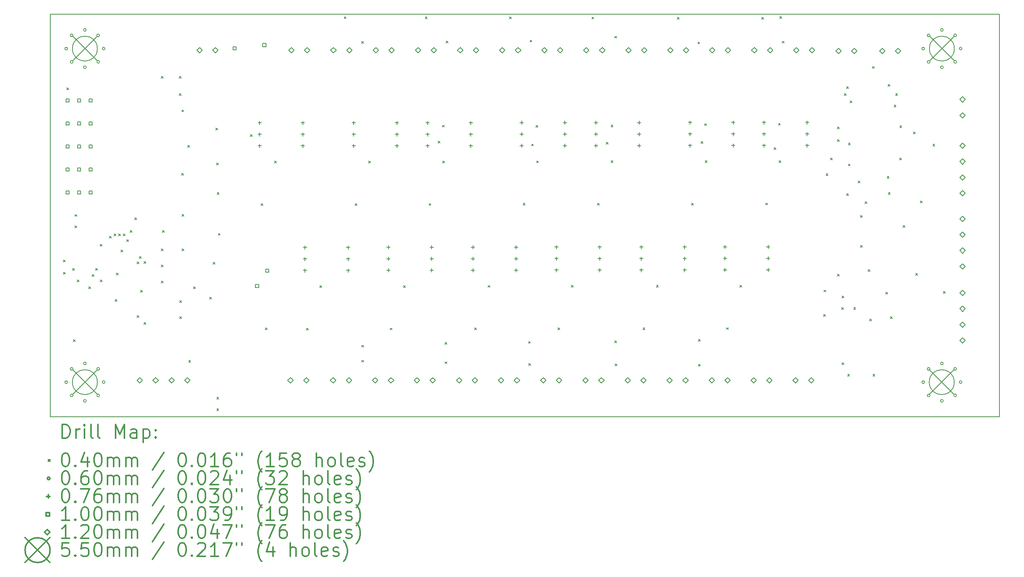
<source format=gbr>
%FSLAX45Y45*%
G04 Gerber Fmt 4.5, Leading zero omitted, Abs format (unit mm)*
G04 Created by KiCad (PCBNEW 4.0.4-stable) date 07/11/17 17:44:12*
%MOMM*%
%LPD*%
G01*
G04 APERTURE LIST*
%ADD10C,0.127000*%
%ADD11C,0.150000*%
%ADD12C,0.200000*%
%ADD13C,0.300000*%
G04 APERTURE END LIST*
D10*
D11*
X20929600Y0D02*
X20929600Y-8890000D01*
X0Y-8890000D02*
X20929600Y-8890000D01*
X0Y0D02*
X0Y-8890000D01*
X0Y0D02*
X20929600Y0D01*
D12*
X284800Y-5433000D02*
X324800Y-5473000D01*
X324800Y-5433000D02*
X284800Y-5473000D01*
X284800Y-5703000D02*
X324800Y-5743000D01*
X324800Y-5703000D02*
X284800Y-5743000D01*
X361000Y-1631000D02*
X401000Y-1671000D01*
X401000Y-1631000D02*
X361000Y-1671000D01*
X488000Y-5618800D02*
X528000Y-5658800D01*
X528000Y-5618800D02*
X488000Y-5658800D01*
X505400Y-7193600D02*
X545400Y-7233600D01*
X545400Y-7193600D02*
X505400Y-7233600D01*
X538800Y-4427000D02*
X578800Y-4467000D01*
X578800Y-4427000D02*
X538800Y-4467000D01*
X538800Y-4677000D02*
X578800Y-4717000D01*
X578800Y-4677000D02*
X538800Y-4717000D01*
X589600Y-5872800D02*
X629600Y-5912800D01*
X629600Y-5872800D02*
X589600Y-5912800D01*
X843600Y-6025200D02*
X883600Y-6065200D01*
X883600Y-6025200D02*
X843600Y-6065200D01*
X923150Y-5749150D02*
X963150Y-5789150D01*
X963150Y-5749150D02*
X923150Y-5789150D01*
X996000Y-5618800D02*
X1036000Y-5658800D01*
X1036000Y-5618800D02*
X996000Y-5658800D01*
X1097600Y-5085400D02*
X1137600Y-5125400D01*
X1137600Y-5085400D02*
X1097600Y-5125400D01*
X1097600Y-5872800D02*
X1137600Y-5912800D01*
X1137600Y-5872800D02*
X1097600Y-5912800D01*
X1300800Y-4907600D02*
X1340800Y-4947600D01*
X1340800Y-4907600D02*
X1300800Y-4947600D01*
X1402400Y-4856800D02*
X1442400Y-4896800D01*
X1442400Y-4856800D02*
X1402400Y-4896800D01*
X1427800Y-6304600D02*
X1467800Y-6344600D01*
X1467800Y-6304600D02*
X1427800Y-6344600D01*
X1453200Y-5720400D02*
X1493200Y-5760400D01*
X1493200Y-5720400D02*
X1453200Y-5760400D01*
X1504000Y-4856800D02*
X1544000Y-4896800D01*
X1544000Y-4856800D02*
X1504000Y-4896800D01*
X1554800Y-5212400D02*
X1594800Y-5252400D01*
X1594800Y-5212400D02*
X1554800Y-5252400D01*
X1605600Y-4856800D02*
X1645600Y-4896800D01*
X1645600Y-4856800D02*
X1605600Y-4896800D01*
X1681800Y-4983800D02*
X1721800Y-5023800D01*
X1721800Y-4983800D02*
X1681800Y-5023800D01*
X1758000Y-4780600D02*
X1798000Y-4820600D01*
X1798000Y-4780600D02*
X1758000Y-4820600D01*
X1758000Y-4780600D02*
X1798000Y-4820600D01*
X1798000Y-4780600D02*
X1758000Y-4820600D01*
X1859600Y-4501200D02*
X1899600Y-4541200D01*
X1899600Y-4501200D02*
X1859600Y-4541200D01*
X1910400Y-6660200D02*
X1950400Y-6700200D01*
X1950400Y-6660200D02*
X1910400Y-6700200D01*
X1913800Y-5469800D02*
X1953800Y-5509800D01*
X1953800Y-5469800D02*
X1913800Y-5509800D01*
X1965135Y-5354825D02*
X2005135Y-5394825D01*
X2005135Y-5354825D02*
X1965135Y-5394825D01*
X1986600Y-6101400D02*
X2026600Y-6141400D01*
X2026600Y-6101400D02*
X1986600Y-6141400D01*
X2062800Y-5466400D02*
X2102800Y-5506400D01*
X2102800Y-5466400D02*
X2062800Y-5506400D01*
X2062800Y-6812600D02*
X2102800Y-6852600D01*
X2102800Y-6812600D02*
X2062800Y-6852600D01*
X2447000Y-1377000D02*
X2487000Y-1417000D01*
X2487000Y-1377000D02*
X2447000Y-1417000D01*
X2447000Y-5187000D02*
X2487000Y-5227000D01*
X2487000Y-5187000D02*
X2447000Y-5227000D01*
X2447000Y-5542600D02*
X2487000Y-5582600D01*
X2487000Y-5542600D02*
X2447000Y-5582600D01*
X2447000Y-5898200D02*
X2487000Y-5938200D01*
X2487000Y-5898200D02*
X2447000Y-5938200D01*
X2472400Y-4780600D02*
X2512400Y-4820600D01*
X2512400Y-4780600D02*
X2472400Y-4820600D01*
X2847000Y-1377000D02*
X2887000Y-1417000D01*
X2887000Y-1377000D02*
X2847000Y-1417000D01*
X2847000Y-1758000D02*
X2887000Y-1798000D01*
X2887000Y-1758000D02*
X2847000Y-1798000D01*
X2850200Y-6330000D02*
X2890200Y-6370000D01*
X2890200Y-6330000D02*
X2850200Y-6370000D01*
X2850200Y-6685600D02*
X2890200Y-6725600D01*
X2890200Y-6685600D02*
X2850200Y-6725600D01*
X2897500Y-3515000D02*
X2937500Y-3555000D01*
X2937500Y-3515000D02*
X2897500Y-3555000D01*
X2900000Y-2115000D02*
X2940000Y-2155000D01*
X2940000Y-2115000D02*
X2900000Y-2155000D01*
X2901000Y-4425000D02*
X2941000Y-4465000D01*
X2941000Y-4425000D02*
X2901000Y-4465000D01*
X2901000Y-5187000D02*
X2941000Y-5227000D01*
X2941000Y-5187000D02*
X2901000Y-5227000D01*
X3028000Y-2901000D02*
X3068000Y-2941000D01*
X3068000Y-2901000D02*
X3028000Y-2941000D01*
X3051400Y-7650800D02*
X3091400Y-7690800D01*
X3091400Y-7650800D02*
X3051400Y-7690800D01*
X3155000Y-6025200D02*
X3195000Y-6065200D01*
X3195000Y-6025200D02*
X3155000Y-6065200D01*
X3510600Y-6253800D02*
X3550600Y-6293800D01*
X3550600Y-6253800D02*
X3510600Y-6293800D01*
X3591000Y-5482000D02*
X3631000Y-5522000D01*
X3631000Y-5482000D02*
X3591000Y-5522000D01*
X3650000Y-2517000D02*
X3690000Y-2557000D01*
X3690000Y-2517000D02*
X3650000Y-2557000D01*
X3663000Y-3289000D02*
X3703000Y-3329000D01*
X3703000Y-3289000D02*
X3663000Y-3329000D01*
X3671000Y-8463600D02*
X3711000Y-8503600D01*
X3711000Y-8463600D02*
X3671000Y-8503600D01*
X3671000Y-8717600D02*
X3711000Y-8757600D01*
X3711000Y-8717600D02*
X3671000Y-8757600D01*
X3678000Y-3943000D02*
X3718000Y-3983000D01*
X3718000Y-3943000D02*
X3678000Y-3983000D01*
X3703000Y-4842000D02*
X3743000Y-4882000D01*
X3743000Y-4842000D02*
X3703000Y-4882000D01*
X4410000Y-2660000D02*
X4450000Y-2700000D01*
X4450000Y-2660000D02*
X4410000Y-2700000D01*
X4649000Y-4185000D02*
X4689000Y-4225000D01*
X4689000Y-4185000D02*
X4649000Y-4225000D01*
X4742500Y-6926900D02*
X4782500Y-6966900D01*
X4782500Y-6926900D02*
X4742500Y-6966900D01*
X4946000Y-3247500D02*
X4986000Y-3287500D01*
X4986000Y-3247500D02*
X4946000Y-3287500D01*
X5649000Y-6935000D02*
X5689000Y-6975000D01*
X5689000Y-6935000D02*
X5649000Y-6975000D01*
X5946000Y-5997500D02*
X5986000Y-6037500D01*
X5986000Y-5997500D02*
X5946000Y-6037500D01*
X6482000Y-59000D02*
X6522000Y-99000D01*
X6522000Y-59000D02*
X6482000Y-99000D01*
X6723000Y-4184000D02*
X6763000Y-4224000D01*
X6763000Y-4184000D02*
X6723000Y-4224000D01*
X6867000Y-7314000D02*
X6907000Y-7354000D01*
X6907000Y-7314000D02*
X6867000Y-7354000D01*
X6867000Y-7645000D02*
X6907000Y-7685000D01*
X6907000Y-7645000D02*
X6867000Y-7685000D01*
X6869000Y-607000D02*
X6909000Y-647000D01*
X6909000Y-607000D02*
X6869000Y-647000D01*
X7020000Y-3246500D02*
X7060000Y-3286500D01*
X7060000Y-3246500D02*
X7020000Y-3286500D01*
X7491000Y-6932000D02*
X7531000Y-6972000D01*
X7531000Y-6932000D02*
X7491000Y-6972000D01*
X7788000Y-5994500D02*
X7828000Y-6034500D01*
X7828000Y-5994500D02*
X7788000Y-6034500D01*
X8267000Y-63000D02*
X8307000Y-103000D01*
X8307000Y-63000D02*
X8267000Y-103000D01*
X8353000Y-4181000D02*
X8393000Y-4221000D01*
X8393000Y-4181000D02*
X8353000Y-4221000D01*
X8552000Y-2806000D02*
X8592000Y-2846000D01*
X8592000Y-2806000D02*
X8552000Y-2846000D01*
X8643000Y-2455000D02*
X8683000Y-2495000D01*
X8683000Y-2455000D02*
X8643000Y-2495000D01*
X8650000Y-3243500D02*
X8690000Y-3283500D01*
X8690000Y-3243500D02*
X8650000Y-3283500D01*
X8706000Y-7249000D02*
X8746000Y-7289000D01*
X8746000Y-7249000D02*
X8706000Y-7289000D01*
X8706000Y-7677000D02*
X8746000Y-7717000D01*
X8746000Y-7677000D02*
X8706000Y-7717000D01*
X8730000Y-597000D02*
X8770000Y-637000D01*
X8770000Y-597000D02*
X8730000Y-637000D01*
X9353000Y-6931000D02*
X9393000Y-6971000D01*
X9393000Y-6931000D02*
X9353000Y-6971000D01*
X9650000Y-5993500D02*
X9690000Y-6033500D01*
X9690000Y-5993500D02*
X9650000Y-6033500D01*
X10126000Y-61000D02*
X10166000Y-101000D01*
X10166000Y-61000D02*
X10126000Y-101000D01*
X10427000Y-4180000D02*
X10467000Y-4220000D01*
X10467000Y-4180000D02*
X10427000Y-4220000D01*
X10545000Y-7230000D02*
X10585000Y-7270000D01*
X10585000Y-7230000D02*
X10545000Y-7270000D01*
X10549000Y-7719000D02*
X10589000Y-7759000D01*
X10589000Y-7719000D02*
X10549000Y-7759000D01*
X10580000Y-574000D02*
X10620000Y-614000D01*
X10620000Y-574000D02*
X10580000Y-614000D01*
X10614000Y-2870000D02*
X10654000Y-2910000D01*
X10654000Y-2870000D02*
X10614000Y-2910000D01*
X10713000Y-2460000D02*
X10753000Y-2500000D01*
X10753000Y-2460000D02*
X10713000Y-2500000D01*
X10724000Y-3242500D02*
X10764000Y-3282500D01*
X10764000Y-3242500D02*
X10724000Y-3282500D01*
X11195000Y-6928000D02*
X11235000Y-6968000D01*
X11235000Y-6928000D02*
X11195000Y-6968000D01*
X11492000Y-5990500D02*
X11532000Y-6030500D01*
X11532000Y-5990500D02*
X11492000Y-6030500D01*
X11942000Y-66000D02*
X11982000Y-106000D01*
X11982000Y-66000D02*
X11942000Y-106000D01*
X12068000Y-4177000D02*
X12108000Y-4217000D01*
X12108000Y-4177000D02*
X12068000Y-4217000D01*
X12261000Y-2830000D02*
X12301000Y-2870000D01*
X12301000Y-2830000D02*
X12261000Y-2870000D01*
X12365000Y-3239500D02*
X12405000Y-3279500D01*
X12405000Y-3239500D02*
X12365000Y-3279500D01*
X12366000Y-2450000D02*
X12406000Y-2490000D01*
X12406000Y-2450000D02*
X12366000Y-2490000D01*
X12448000Y-489000D02*
X12488000Y-529000D01*
X12488000Y-489000D02*
X12448000Y-529000D01*
X12449000Y-7216000D02*
X12489000Y-7256000D01*
X12489000Y-7216000D02*
X12449000Y-7256000D01*
X12454000Y-7723000D02*
X12494000Y-7763000D01*
X12494000Y-7723000D02*
X12454000Y-7763000D01*
X13068000Y-6927000D02*
X13108000Y-6967000D01*
X13108000Y-6927000D02*
X13068000Y-6967000D01*
X13365000Y-5989500D02*
X13405000Y-6029500D01*
X13405000Y-5989500D02*
X13365000Y-6029500D01*
X13825000Y-71000D02*
X13865000Y-111000D01*
X13865000Y-71000D02*
X13825000Y-111000D01*
X14142000Y-4176000D02*
X14182000Y-4216000D01*
X14182000Y-4176000D02*
X14142000Y-4216000D01*
X14280000Y-616000D02*
X14320000Y-656000D01*
X14320000Y-616000D02*
X14280000Y-656000D01*
X14293000Y-7180000D02*
X14333000Y-7220000D01*
X14333000Y-7180000D02*
X14293000Y-7220000D01*
X14293000Y-7734000D02*
X14333000Y-7774000D01*
X14333000Y-7734000D02*
X14293000Y-7774000D01*
X14348000Y-2816000D02*
X14388000Y-2856000D01*
X14388000Y-2816000D02*
X14348000Y-2856000D01*
X14430000Y-2421000D02*
X14470000Y-2461000D01*
X14470000Y-2421000D02*
X14430000Y-2461000D01*
X14439000Y-3238500D02*
X14479000Y-3278500D01*
X14479000Y-3238500D02*
X14439000Y-3278500D01*
X14910000Y-6924000D02*
X14950000Y-6964000D01*
X14950000Y-6924000D02*
X14910000Y-6964000D01*
X15207000Y-5986500D02*
X15247000Y-6026500D01*
X15247000Y-5986500D02*
X15207000Y-6026500D01*
X15688000Y-68000D02*
X15728000Y-108000D01*
X15728000Y-68000D02*
X15688000Y-108000D01*
X15772000Y-4173000D02*
X15812000Y-4213000D01*
X15812000Y-4173000D02*
X15772000Y-4213000D01*
X15961000Y-2949000D02*
X16001000Y-2989000D01*
X16001000Y-2949000D02*
X15961000Y-2989000D01*
X16056000Y-2411000D02*
X16096000Y-2451000D01*
X16096000Y-2411000D02*
X16056000Y-2451000D01*
X16069000Y-3235500D02*
X16109000Y-3275500D01*
X16109000Y-3235500D02*
X16069000Y-3275500D01*
X16083600Y-56200D02*
X16123600Y-96200D01*
X16123600Y-56200D02*
X16083600Y-96200D01*
X16137000Y-599000D02*
X16177000Y-639000D01*
X16177000Y-599000D02*
X16137000Y-639000D01*
X17048800Y-6634800D02*
X17088800Y-6674800D01*
X17088800Y-6634800D02*
X17048800Y-6674800D01*
X17057600Y-6093800D02*
X17097600Y-6133800D01*
X17097600Y-6093800D02*
X17057600Y-6133800D01*
X17106200Y-3522400D02*
X17146200Y-3562400D01*
X17146200Y-3522400D02*
X17106200Y-3562400D01*
X17201200Y-3180400D02*
X17241200Y-3220400D01*
X17241200Y-3180400D02*
X17201200Y-3220400D01*
X17353600Y-2494600D02*
X17393600Y-2534600D01*
X17393600Y-2494600D02*
X17353600Y-2534600D01*
X17353600Y-2774000D02*
X17393600Y-2814000D01*
X17393600Y-2774000D02*
X17353600Y-2814000D01*
X17353600Y-5745800D02*
X17393600Y-5785800D01*
X17393600Y-5745800D02*
X17353600Y-5785800D01*
X17447200Y-6482400D02*
X17487200Y-6522400D01*
X17487200Y-6482400D02*
X17447200Y-6522400D01*
X17455200Y-6228400D02*
X17495200Y-6268400D01*
X17495200Y-6228400D02*
X17455200Y-6268400D01*
X17455200Y-7701600D02*
X17495200Y-7741600D01*
X17495200Y-7701600D02*
X17455200Y-7741600D01*
X17506000Y-1758000D02*
X17546000Y-1798000D01*
X17546000Y-1758000D02*
X17506000Y-1798000D01*
X17556800Y-1605600D02*
X17596800Y-1645600D01*
X17596800Y-1605600D02*
X17556800Y-1645600D01*
X17556800Y-3967800D02*
X17596800Y-4007800D01*
X17596800Y-3967800D02*
X17556800Y-4007800D01*
X17580200Y-7955600D02*
X17620200Y-7995600D01*
X17620200Y-7955600D02*
X17580200Y-7995600D01*
X17597400Y-2848800D02*
X17637400Y-2888800D01*
X17637400Y-2848800D02*
X17597400Y-2888800D01*
X17597400Y-3308800D02*
X17637400Y-3348800D01*
X17637400Y-3308800D02*
X17597400Y-3348800D01*
X17633000Y-1918000D02*
X17673000Y-1958000D01*
X17673000Y-1918000D02*
X17633000Y-1958000D01*
X17717200Y-6482400D02*
X17757200Y-6522400D01*
X17757200Y-6482400D02*
X17717200Y-6522400D01*
X17810800Y-3688400D02*
X17850800Y-3728400D01*
X17850800Y-3688400D02*
X17810800Y-3728400D01*
X17861600Y-4450400D02*
X17901600Y-4490400D01*
X17901600Y-4450400D02*
X17861600Y-4490400D01*
X17861600Y-5110800D02*
X17901600Y-5150800D01*
X17901600Y-5110800D02*
X17861600Y-5150800D01*
X17963200Y-4145600D02*
X18003200Y-4185600D01*
X18003200Y-4145600D02*
X17963200Y-4185600D01*
X18036200Y-5644200D02*
X18076200Y-5684200D01*
X18076200Y-5644200D02*
X18036200Y-5684200D01*
X18064800Y-6736400D02*
X18104800Y-6776400D01*
X18104800Y-6736400D02*
X18064800Y-6776400D01*
X18127000Y-1159800D02*
X18167000Y-1199800D01*
X18167000Y-1159800D02*
X18127000Y-1199800D01*
X18127000Y-1159800D02*
X18167000Y-1199800D01*
X18167000Y-1159800D02*
X18127000Y-1199800D01*
X18127000Y-1159800D02*
X18167000Y-1199800D01*
X18167000Y-1159800D02*
X18127000Y-1199800D01*
X18139000Y-7955600D02*
X18179000Y-7995600D01*
X18179000Y-7955600D02*
X18139000Y-7995600D01*
X18420400Y-6144200D02*
X18460400Y-6184200D01*
X18460400Y-6144200D02*
X18420400Y-6184200D01*
X18453800Y-3586800D02*
X18493800Y-3626800D01*
X18493800Y-3586800D02*
X18453800Y-3626800D01*
X18471200Y-1554800D02*
X18511200Y-1594800D01*
X18511200Y-1554800D02*
X18471200Y-1594800D01*
X18479200Y-3942400D02*
X18519200Y-3982400D01*
X18519200Y-3942400D02*
X18479200Y-3982400D01*
X18522000Y-6685600D02*
X18562000Y-6725600D01*
X18562000Y-6685600D02*
X18522000Y-6725600D01*
X18606200Y-2012000D02*
X18646200Y-2052000D01*
X18646200Y-2012000D02*
X18606200Y-2052000D01*
X18639600Y-1758000D02*
X18679600Y-1798000D01*
X18679600Y-1758000D02*
X18639600Y-1798000D01*
X18725200Y-3177200D02*
X18765200Y-3217200D01*
X18765200Y-3177200D02*
X18725200Y-3217200D01*
X18733200Y-2469200D02*
X18773200Y-2509200D01*
X18773200Y-2469200D02*
X18733200Y-2509200D01*
X18801400Y-4671000D02*
X18841400Y-4711000D01*
X18841400Y-4671000D02*
X18801400Y-4711000D01*
X19030000Y-2604200D02*
X19070000Y-2644200D01*
X19070000Y-2604200D02*
X19030000Y-2644200D01*
X19080800Y-5723600D02*
X19120800Y-5763600D01*
X19120800Y-5723600D02*
X19080800Y-5763600D01*
X19182400Y-4123400D02*
X19222400Y-4163400D01*
X19222400Y-4123400D02*
X19182400Y-4163400D01*
X19459800Y-2875600D02*
X19499800Y-2915600D01*
X19499800Y-2875600D02*
X19459800Y-2915600D01*
X19690400Y-6126800D02*
X19730400Y-6166800D01*
X19730400Y-6126800D02*
X19690400Y-6166800D01*
X379500Y-762000D02*
G75*
G03X379500Y-762000I-30000J0D01*
G01*
X379500Y-8128000D02*
G75*
G03X379500Y-8128000I-30000J0D01*
G01*
X499318Y-469318D02*
G75*
G03X499318Y-469318I-30000J0D01*
G01*
X499318Y-1054682D02*
G75*
G03X499318Y-1054682I-30000J0D01*
G01*
X499318Y-7835318D02*
G75*
G03X499318Y-7835318I-30000J0D01*
G01*
X499318Y-8420682D02*
G75*
G03X499318Y-8420682I-30000J0D01*
G01*
X792000Y-349500D02*
G75*
G03X792000Y-349500I-30000J0D01*
G01*
X792000Y-1174500D02*
G75*
G03X792000Y-1174500I-30000J0D01*
G01*
X792000Y-7715500D02*
G75*
G03X792000Y-7715500I-30000J0D01*
G01*
X792000Y-8540500D02*
G75*
G03X792000Y-8540500I-30000J0D01*
G01*
X1084682Y-469318D02*
G75*
G03X1084682Y-469318I-30000J0D01*
G01*
X1084682Y-1054682D02*
G75*
G03X1084682Y-1054682I-30000J0D01*
G01*
X1084682Y-7835318D02*
G75*
G03X1084682Y-7835318I-30000J0D01*
G01*
X1084682Y-8420682D02*
G75*
G03X1084682Y-8420682I-30000J0D01*
G01*
X1204500Y-762000D02*
G75*
G03X1204500Y-762000I-30000J0D01*
G01*
X1204500Y-8128000D02*
G75*
G03X1204500Y-8128000I-30000J0D01*
G01*
X19277100Y-762000D02*
G75*
G03X19277100Y-762000I-30000J0D01*
G01*
X19277100Y-8128000D02*
G75*
G03X19277100Y-8128000I-30000J0D01*
G01*
X19396919Y-469318D02*
G75*
G03X19396919Y-469318I-30000J0D01*
G01*
X19396919Y-1054682D02*
G75*
G03X19396919Y-1054682I-30000J0D01*
G01*
X19396919Y-7835318D02*
G75*
G03X19396919Y-7835318I-30000J0D01*
G01*
X19396919Y-8420682D02*
G75*
G03X19396919Y-8420682I-30000J0D01*
G01*
X19689600Y-349500D02*
G75*
G03X19689600Y-349500I-30000J0D01*
G01*
X19689600Y-1174500D02*
G75*
G03X19689600Y-1174500I-30000J0D01*
G01*
X19689600Y-7715500D02*
G75*
G03X19689600Y-7715500I-30000J0D01*
G01*
X19689600Y-8540500D02*
G75*
G03X19689600Y-8540500I-30000J0D01*
G01*
X19982282Y-469318D02*
G75*
G03X19982282Y-469318I-30000J0D01*
G01*
X19982282Y-1054682D02*
G75*
G03X19982282Y-1054682I-30000J0D01*
G01*
X19982282Y-7835318D02*
G75*
G03X19982282Y-7835318I-30000J0D01*
G01*
X19982282Y-8420682D02*
G75*
G03X19982282Y-8420682I-30000J0D01*
G01*
X20102100Y-762000D02*
G75*
G03X20102100Y-762000I-30000J0D01*
G01*
X20102100Y-8128000D02*
G75*
G03X20102100Y-8128000I-30000J0D01*
G01*
X4614000Y-2363900D02*
X4614000Y-2440100D01*
X4575900Y-2402000D02*
X4652100Y-2402000D01*
X4614000Y-2617900D02*
X4614000Y-2694100D01*
X4575900Y-2656000D02*
X4652100Y-2656000D01*
X4614000Y-2871900D02*
X4614000Y-2948100D01*
X4575900Y-2910000D02*
X4652100Y-2910000D01*
X5567000Y-2363900D02*
X5567000Y-2440100D01*
X5528900Y-2402000D02*
X5605100Y-2402000D01*
X5567000Y-2617900D02*
X5567000Y-2694100D01*
X5528900Y-2656000D02*
X5605100Y-2656000D01*
X5567000Y-2871900D02*
X5567000Y-2948100D01*
X5528900Y-2910000D02*
X5605100Y-2910000D01*
X5614000Y-5113900D02*
X5614000Y-5190100D01*
X5575900Y-5152000D02*
X5652100Y-5152000D01*
X5614000Y-5367900D02*
X5614000Y-5444100D01*
X5575900Y-5406000D02*
X5652100Y-5406000D01*
X5614000Y-5621900D02*
X5614000Y-5698100D01*
X5575900Y-5660000D02*
X5652100Y-5660000D01*
X6567000Y-5113900D02*
X6567000Y-5190100D01*
X6528900Y-5152000D02*
X6605100Y-5152000D01*
X6567000Y-5367900D02*
X6567000Y-5444100D01*
X6528900Y-5406000D02*
X6605100Y-5406000D01*
X6567000Y-5621900D02*
X6567000Y-5698100D01*
X6528900Y-5660000D02*
X6605100Y-5660000D01*
X6688000Y-2362900D02*
X6688000Y-2439100D01*
X6649900Y-2401000D02*
X6726100Y-2401000D01*
X6688000Y-2616900D02*
X6688000Y-2693100D01*
X6649900Y-2655000D02*
X6726100Y-2655000D01*
X6688000Y-2870900D02*
X6688000Y-2947100D01*
X6649900Y-2909000D02*
X6726100Y-2909000D01*
X7456000Y-5110900D02*
X7456000Y-5187100D01*
X7417900Y-5149000D02*
X7494100Y-5149000D01*
X7456000Y-5364900D02*
X7456000Y-5441100D01*
X7417900Y-5403000D02*
X7494100Y-5403000D01*
X7456000Y-5618900D02*
X7456000Y-5695100D01*
X7417900Y-5657000D02*
X7494100Y-5657000D01*
X7641000Y-2362900D02*
X7641000Y-2439100D01*
X7602900Y-2401000D02*
X7679100Y-2401000D01*
X7641000Y-2616900D02*
X7641000Y-2693100D01*
X7602900Y-2655000D02*
X7679100Y-2655000D01*
X7641000Y-2870900D02*
X7641000Y-2947100D01*
X7602900Y-2909000D02*
X7679100Y-2909000D01*
X8318000Y-2359900D02*
X8318000Y-2436100D01*
X8279900Y-2398000D02*
X8356100Y-2398000D01*
X8318000Y-2613900D02*
X8318000Y-2690100D01*
X8279900Y-2652000D02*
X8356100Y-2652000D01*
X8318000Y-2867900D02*
X8318000Y-2944100D01*
X8279900Y-2906000D02*
X8356100Y-2906000D01*
X8409000Y-5110900D02*
X8409000Y-5187100D01*
X8370900Y-5149000D02*
X8447100Y-5149000D01*
X8409000Y-5364900D02*
X8409000Y-5441100D01*
X8370900Y-5403000D02*
X8447100Y-5403000D01*
X8409000Y-5618900D02*
X8409000Y-5695100D01*
X8370900Y-5657000D02*
X8447100Y-5657000D01*
X9271000Y-2359900D02*
X9271000Y-2436100D01*
X9232900Y-2398000D02*
X9309100Y-2398000D01*
X9271000Y-2613900D02*
X9271000Y-2690100D01*
X9232900Y-2652000D02*
X9309100Y-2652000D01*
X9271000Y-2867900D02*
X9271000Y-2944100D01*
X9232900Y-2906000D02*
X9309100Y-2906000D01*
X9318000Y-5109900D02*
X9318000Y-5186100D01*
X9279900Y-5148000D02*
X9356100Y-5148000D01*
X9318000Y-5363900D02*
X9318000Y-5440100D01*
X9279900Y-5402000D02*
X9356100Y-5402000D01*
X9318000Y-5617900D02*
X9318000Y-5694100D01*
X9279900Y-5656000D02*
X9356100Y-5656000D01*
X10271000Y-5109900D02*
X10271000Y-5186100D01*
X10232900Y-5148000D02*
X10309100Y-5148000D01*
X10271000Y-5363900D02*
X10271000Y-5440100D01*
X10232900Y-5402000D02*
X10309100Y-5402000D01*
X10271000Y-5617900D02*
X10271000Y-5694100D01*
X10232900Y-5656000D02*
X10309100Y-5656000D01*
X10392000Y-2358900D02*
X10392000Y-2435100D01*
X10353900Y-2397000D02*
X10430100Y-2397000D01*
X10392000Y-2612900D02*
X10392000Y-2689100D01*
X10353900Y-2651000D02*
X10430100Y-2651000D01*
X10392000Y-2866900D02*
X10392000Y-2943100D01*
X10353900Y-2905000D02*
X10430100Y-2905000D01*
X11160000Y-5106900D02*
X11160000Y-5183100D01*
X11121900Y-5145000D02*
X11198100Y-5145000D01*
X11160000Y-5360900D02*
X11160000Y-5437100D01*
X11121900Y-5399000D02*
X11198100Y-5399000D01*
X11160000Y-5614900D02*
X11160000Y-5691100D01*
X11121900Y-5653000D02*
X11198100Y-5653000D01*
X11345000Y-2358900D02*
X11345000Y-2435100D01*
X11306900Y-2397000D02*
X11383100Y-2397000D01*
X11345000Y-2612900D02*
X11345000Y-2689100D01*
X11306900Y-2651000D02*
X11383100Y-2651000D01*
X11345000Y-2866900D02*
X11345000Y-2943100D01*
X11306900Y-2905000D02*
X11383100Y-2905000D01*
X12033000Y-2355900D02*
X12033000Y-2432100D01*
X11994900Y-2394000D02*
X12071100Y-2394000D01*
X12033000Y-2609900D02*
X12033000Y-2686100D01*
X11994900Y-2648000D02*
X12071100Y-2648000D01*
X12033000Y-2863900D02*
X12033000Y-2940100D01*
X11994900Y-2902000D02*
X12071100Y-2902000D01*
X12113000Y-5106900D02*
X12113000Y-5183100D01*
X12074900Y-5145000D02*
X12151100Y-5145000D01*
X12113000Y-5360900D02*
X12113000Y-5437100D01*
X12074900Y-5399000D02*
X12151100Y-5399000D01*
X12113000Y-5614900D02*
X12113000Y-5691100D01*
X12074900Y-5653000D02*
X12151100Y-5653000D01*
X12986000Y-2355900D02*
X12986000Y-2432100D01*
X12947900Y-2394000D02*
X13024100Y-2394000D01*
X12986000Y-2609900D02*
X12986000Y-2686100D01*
X12947900Y-2648000D02*
X13024100Y-2648000D01*
X12986000Y-2863900D02*
X12986000Y-2940100D01*
X12947900Y-2902000D02*
X13024100Y-2902000D01*
X13033000Y-5105900D02*
X13033000Y-5182100D01*
X12994900Y-5144000D02*
X13071100Y-5144000D01*
X13033000Y-5359900D02*
X13033000Y-5436100D01*
X12994900Y-5398000D02*
X13071100Y-5398000D01*
X13033000Y-5613900D02*
X13033000Y-5690100D01*
X12994900Y-5652000D02*
X13071100Y-5652000D01*
X13986000Y-5105900D02*
X13986000Y-5182100D01*
X13947900Y-5144000D02*
X14024100Y-5144000D01*
X13986000Y-5359900D02*
X13986000Y-5436100D01*
X13947900Y-5398000D02*
X14024100Y-5398000D01*
X13986000Y-5613900D02*
X13986000Y-5690100D01*
X13947900Y-5652000D02*
X14024100Y-5652000D01*
X14107000Y-2354900D02*
X14107000Y-2431100D01*
X14068900Y-2393000D02*
X14145100Y-2393000D01*
X14107000Y-2608900D02*
X14107000Y-2685100D01*
X14068900Y-2647000D02*
X14145100Y-2647000D01*
X14107000Y-2862900D02*
X14107000Y-2939100D01*
X14068900Y-2901000D02*
X14145100Y-2901000D01*
X14875000Y-5102900D02*
X14875000Y-5179100D01*
X14836900Y-5141000D02*
X14913100Y-5141000D01*
X14875000Y-5356900D02*
X14875000Y-5433100D01*
X14836900Y-5395000D02*
X14913100Y-5395000D01*
X14875000Y-5610900D02*
X14875000Y-5687100D01*
X14836900Y-5649000D02*
X14913100Y-5649000D01*
X15060000Y-2354900D02*
X15060000Y-2431100D01*
X15021900Y-2393000D02*
X15098100Y-2393000D01*
X15060000Y-2608900D02*
X15060000Y-2685100D01*
X15021900Y-2647000D02*
X15098100Y-2647000D01*
X15060000Y-2862900D02*
X15060000Y-2939100D01*
X15021900Y-2901000D02*
X15098100Y-2901000D01*
X15737000Y-2351900D02*
X15737000Y-2428100D01*
X15698900Y-2390000D02*
X15775100Y-2390000D01*
X15737000Y-2605900D02*
X15737000Y-2682100D01*
X15698900Y-2644000D02*
X15775100Y-2644000D01*
X15737000Y-2859900D02*
X15737000Y-2936100D01*
X15698900Y-2898000D02*
X15775100Y-2898000D01*
X15828000Y-5102900D02*
X15828000Y-5179100D01*
X15789900Y-5141000D02*
X15866100Y-5141000D01*
X15828000Y-5356900D02*
X15828000Y-5433100D01*
X15789900Y-5395000D02*
X15866100Y-5395000D01*
X15828000Y-5610900D02*
X15828000Y-5687100D01*
X15789900Y-5649000D02*
X15866100Y-5649000D01*
X16690000Y-2351900D02*
X16690000Y-2428100D01*
X16651900Y-2390000D02*
X16728100Y-2390000D01*
X16690000Y-2605900D02*
X16690000Y-2682100D01*
X16651900Y-2644000D02*
X16728100Y-2644000D01*
X16690000Y-2859900D02*
X16690000Y-2936100D01*
X16651900Y-2898000D02*
X16728100Y-2898000D01*
X416356Y-1940356D02*
X416356Y-1869644D01*
X345644Y-1869644D01*
X345644Y-1940356D01*
X416356Y-1940356D01*
X416356Y-2448356D02*
X416356Y-2377644D01*
X345644Y-2377644D01*
X345644Y-2448356D01*
X416356Y-2448356D01*
X416356Y-2956356D02*
X416356Y-2885644D01*
X345644Y-2885644D01*
X345644Y-2956356D01*
X416356Y-2956356D01*
X416356Y-3464356D02*
X416356Y-3393644D01*
X345644Y-3393644D01*
X345644Y-3464356D01*
X416356Y-3464356D01*
X416356Y-3972356D02*
X416356Y-3901644D01*
X345644Y-3901644D01*
X345644Y-3972356D01*
X416356Y-3972356D01*
X670356Y-1940356D02*
X670356Y-1869644D01*
X599644Y-1869644D01*
X599644Y-1940356D01*
X670356Y-1940356D01*
X670356Y-2448356D02*
X670356Y-2377644D01*
X599644Y-2377644D01*
X599644Y-2448356D01*
X670356Y-2448356D01*
X670356Y-2956356D02*
X670356Y-2885644D01*
X599644Y-2885644D01*
X599644Y-2956356D01*
X670356Y-2956356D01*
X670356Y-3464356D02*
X670356Y-3393644D01*
X599644Y-3393644D01*
X599644Y-3464356D01*
X670356Y-3464356D01*
X670356Y-3972356D02*
X670356Y-3901644D01*
X599644Y-3901644D01*
X599644Y-3972356D01*
X670356Y-3972356D01*
X924356Y-1940356D02*
X924356Y-1869644D01*
X853644Y-1869644D01*
X853644Y-1940356D01*
X924356Y-1940356D01*
X924356Y-2448356D02*
X924356Y-2377644D01*
X853644Y-2377644D01*
X853644Y-2448356D01*
X924356Y-2448356D01*
X924356Y-2956356D02*
X924356Y-2885644D01*
X853644Y-2885644D01*
X853644Y-2956356D01*
X924356Y-2956356D01*
X924356Y-3464356D02*
X924356Y-3393644D01*
X853644Y-3393644D01*
X853644Y-3464356D01*
X924356Y-3464356D01*
X924356Y-3972356D02*
X924356Y-3901644D01*
X853644Y-3901644D01*
X853644Y-3972356D01*
X924356Y-3972356D01*
X4096356Y-788356D02*
X4096356Y-717644D01*
X4025644Y-717644D01*
X4025644Y-788356D01*
X4096356Y-788356D01*
X4594356Y-6041356D02*
X4594356Y-5970644D01*
X4523644Y-5970644D01*
X4523644Y-6041356D01*
X4594356Y-6041356D01*
X4753356Y-717356D02*
X4753356Y-646644D01*
X4682644Y-646644D01*
X4682644Y-717356D01*
X4753356Y-717356D01*
X4815356Y-5700356D02*
X4815356Y-5629644D01*
X4744644Y-5629644D01*
X4744644Y-5700356D01*
X4815356Y-5700356D01*
X1972200Y-8150000D02*
X2032200Y-8090000D01*
X1972200Y-8030000D01*
X1912200Y-8090000D01*
X1972200Y-8150000D01*
X2322200Y-8150000D02*
X2382200Y-8090000D01*
X2322200Y-8030000D01*
X2262200Y-8090000D01*
X2322200Y-8150000D01*
X2672200Y-8150000D02*
X2732200Y-8090000D01*
X2672200Y-8030000D01*
X2612200Y-8090000D01*
X2672200Y-8150000D01*
X3022200Y-8150000D02*
X3082200Y-8090000D01*
X3022200Y-8030000D01*
X2962200Y-8090000D01*
X3022200Y-8150000D01*
X3292500Y-860000D02*
X3352500Y-800000D01*
X3292500Y-740000D01*
X3232500Y-800000D01*
X3292500Y-860000D01*
X3642500Y-860000D02*
X3702500Y-800000D01*
X3642500Y-740000D01*
X3582500Y-800000D01*
X3642500Y-860000D01*
X5295000Y-8150000D02*
X5355000Y-8090000D01*
X5295000Y-8030000D01*
X5235000Y-8090000D01*
X5295000Y-8150000D01*
X5312500Y-857500D02*
X5372500Y-797500D01*
X5312500Y-737500D01*
X5252500Y-797500D01*
X5312500Y-857500D01*
X5645000Y-8150000D02*
X5705000Y-8090000D01*
X5645000Y-8030000D01*
X5585000Y-8090000D01*
X5645000Y-8150000D01*
X5662500Y-857500D02*
X5722500Y-797500D01*
X5662500Y-737500D01*
X5602500Y-797500D01*
X5662500Y-857500D01*
X6235000Y-8150000D02*
X6295000Y-8090000D01*
X6235000Y-8030000D01*
X6175000Y-8090000D01*
X6235000Y-8150000D01*
X6242500Y-857500D02*
X6302500Y-797500D01*
X6242500Y-737500D01*
X6182500Y-797500D01*
X6242500Y-857500D01*
X6585000Y-8150000D02*
X6645000Y-8090000D01*
X6585000Y-8030000D01*
X6525000Y-8090000D01*
X6585000Y-8150000D01*
X6592500Y-857500D02*
X6652500Y-797500D01*
X6592500Y-737500D01*
X6532500Y-797500D01*
X6592500Y-857500D01*
X7162500Y-8150000D02*
X7222500Y-8090000D01*
X7162500Y-8030000D01*
X7102500Y-8090000D01*
X7162500Y-8150000D01*
X7177500Y-857500D02*
X7237500Y-797500D01*
X7177500Y-737500D01*
X7117500Y-797500D01*
X7177500Y-857500D01*
X7512500Y-8150000D02*
X7572500Y-8090000D01*
X7512500Y-8030000D01*
X7452500Y-8090000D01*
X7512500Y-8150000D01*
X7527500Y-857500D02*
X7587500Y-797500D01*
X7527500Y-737500D01*
X7467500Y-797500D01*
X7527500Y-857500D01*
X8085000Y-8150000D02*
X8145000Y-8090000D01*
X8085000Y-8030000D01*
X8025000Y-8090000D01*
X8085000Y-8150000D01*
X8110000Y-857500D02*
X8170000Y-797500D01*
X8110000Y-737500D01*
X8050000Y-797500D01*
X8110000Y-857500D01*
X8435000Y-8150000D02*
X8495000Y-8090000D01*
X8435000Y-8030000D01*
X8375000Y-8090000D01*
X8435000Y-8150000D01*
X8460000Y-857500D02*
X8520000Y-797500D01*
X8460000Y-737500D01*
X8400000Y-797500D01*
X8460000Y-857500D01*
X9012500Y-8150000D02*
X9072500Y-8090000D01*
X9012500Y-8030000D01*
X8952500Y-8090000D01*
X9012500Y-8150000D01*
X9037500Y-857500D02*
X9097500Y-797500D01*
X9037500Y-737500D01*
X8977500Y-797500D01*
X9037500Y-857500D01*
X9362500Y-8150000D02*
X9422500Y-8090000D01*
X9362500Y-8030000D01*
X9302500Y-8090000D01*
X9362500Y-8150000D01*
X9387500Y-857500D02*
X9447500Y-797500D01*
X9387500Y-737500D01*
X9327500Y-797500D01*
X9387500Y-857500D01*
X9940000Y-8150000D02*
X10000000Y-8090000D01*
X9940000Y-8030000D01*
X9880000Y-8090000D01*
X9940000Y-8150000D01*
X9965000Y-857500D02*
X10025000Y-797500D01*
X9965000Y-737500D01*
X9905000Y-797500D01*
X9965000Y-857500D01*
X10290000Y-8150000D02*
X10350000Y-8090000D01*
X10290000Y-8030000D01*
X10230000Y-8090000D01*
X10290000Y-8150000D01*
X10315000Y-857500D02*
X10375000Y-797500D01*
X10315000Y-737500D01*
X10255000Y-797500D01*
X10315000Y-857500D01*
X10870000Y-8150000D02*
X10930000Y-8090000D01*
X10870000Y-8030000D01*
X10810000Y-8090000D01*
X10870000Y-8150000D01*
X10892500Y-857500D02*
X10952500Y-797500D01*
X10892500Y-737500D01*
X10832500Y-797500D01*
X10892500Y-857500D01*
X11220000Y-8150000D02*
X11280000Y-8090000D01*
X11220000Y-8030000D01*
X11160000Y-8090000D01*
X11220000Y-8150000D01*
X11242500Y-857500D02*
X11302500Y-797500D01*
X11242500Y-737500D01*
X11182500Y-797500D01*
X11242500Y-857500D01*
X11802500Y-8150000D02*
X11862500Y-8090000D01*
X11802500Y-8030000D01*
X11742500Y-8090000D01*
X11802500Y-8150000D01*
X11820000Y-857500D02*
X11880000Y-797500D01*
X11820000Y-737500D01*
X11760000Y-797500D01*
X11820000Y-857500D01*
X12152500Y-8150000D02*
X12212500Y-8090000D01*
X12152500Y-8030000D01*
X12092500Y-8090000D01*
X12152500Y-8150000D01*
X12170000Y-857500D02*
X12230000Y-797500D01*
X12170000Y-737500D01*
X12110000Y-797500D01*
X12170000Y-857500D01*
X12732500Y-8150000D02*
X12792500Y-8090000D01*
X12732500Y-8030000D01*
X12672500Y-8090000D01*
X12732500Y-8150000D01*
X12750000Y-857500D02*
X12810000Y-797500D01*
X12750000Y-737500D01*
X12690000Y-797500D01*
X12750000Y-857500D01*
X13082500Y-8150000D02*
X13142500Y-8090000D01*
X13082500Y-8030000D01*
X13022500Y-8090000D01*
X13082500Y-8150000D01*
X13100000Y-857500D02*
X13160000Y-797500D01*
X13100000Y-737500D01*
X13040000Y-797500D01*
X13100000Y-857500D01*
X13657500Y-8150000D02*
X13717500Y-8090000D01*
X13657500Y-8030000D01*
X13597500Y-8090000D01*
X13657500Y-8150000D01*
X13672500Y-857500D02*
X13732500Y-797500D01*
X13672500Y-737500D01*
X13612500Y-797500D01*
X13672500Y-857500D01*
X14007500Y-8150000D02*
X14067500Y-8090000D01*
X14007500Y-8030000D01*
X13947500Y-8090000D01*
X14007500Y-8150000D01*
X14022500Y-857500D02*
X14082500Y-797500D01*
X14022500Y-737500D01*
X13962500Y-797500D01*
X14022500Y-857500D01*
X14585000Y-8150000D02*
X14645000Y-8090000D01*
X14585000Y-8030000D01*
X14525000Y-8090000D01*
X14585000Y-8150000D01*
X14595000Y-857500D02*
X14655000Y-797500D01*
X14595000Y-737500D01*
X14535000Y-797500D01*
X14595000Y-857500D01*
X14935000Y-8150000D02*
X14995000Y-8090000D01*
X14935000Y-8030000D01*
X14875000Y-8090000D01*
X14935000Y-8150000D01*
X14945000Y-857500D02*
X15005000Y-797500D01*
X14945000Y-737500D01*
X14885000Y-797500D01*
X14945000Y-857500D01*
X15510000Y-8150000D02*
X15570000Y-8090000D01*
X15510000Y-8030000D01*
X15450000Y-8090000D01*
X15510000Y-8150000D01*
X15522500Y-857500D02*
X15582500Y-797500D01*
X15522500Y-737500D01*
X15462500Y-797500D01*
X15522500Y-857500D01*
X15860000Y-8150000D02*
X15920000Y-8090000D01*
X15860000Y-8030000D01*
X15800000Y-8090000D01*
X15860000Y-8150000D01*
X15872500Y-857500D02*
X15932500Y-797500D01*
X15872500Y-737500D01*
X15812500Y-797500D01*
X15872500Y-857500D01*
X16432500Y-8150000D02*
X16492500Y-8090000D01*
X16432500Y-8030000D01*
X16372500Y-8090000D01*
X16432500Y-8150000D01*
X16450000Y-857500D02*
X16510000Y-797500D01*
X16450000Y-737500D01*
X16390000Y-797500D01*
X16450000Y-857500D01*
X16782500Y-8150000D02*
X16842500Y-8090000D01*
X16782500Y-8030000D01*
X16722500Y-8090000D01*
X16782500Y-8150000D01*
X16800000Y-857500D02*
X16860000Y-797500D01*
X16800000Y-737500D01*
X16740000Y-797500D01*
X16800000Y-857500D01*
X17379200Y-872800D02*
X17439200Y-812800D01*
X17379200Y-752800D01*
X17319200Y-812800D01*
X17379200Y-872800D01*
X17729200Y-872800D02*
X17789200Y-812800D01*
X17729200Y-752800D01*
X17669200Y-812800D01*
X17729200Y-872800D01*
X18344400Y-872800D02*
X18404400Y-812800D01*
X18344400Y-752800D01*
X18284400Y-812800D01*
X18344400Y-872800D01*
X18694400Y-872800D02*
X18754400Y-812800D01*
X18694400Y-752800D01*
X18634400Y-812800D01*
X18694400Y-872800D01*
X20116800Y-1945200D02*
X20176800Y-1885200D01*
X20116800Y-1825200D01*
X20056800Y-1885200D01*
X20116800Y-1945200D01*
X20116800Y-2295200D02*
X20176800Y-2235200D01*
X20116800Y-2175200D01*
X20056800Y-2235200D01*
X20116800Y-2295200D01*
X20116800Y-2966800D02*
X20176800Y-2906800D01*
X20116800Y-2846800D01*
X20056800Y-2906800D01*
X20116800Y-2966800D01*
X20116800Y-3316800D02*
X20176800Y-3256800D01*
X20116800Y-3196800D01*
X20056800Y-3256800D01*
X20116800Y-3316800D01*
X20116800Y-3666800D02*
X20176800Y-3606800D01*
X20116800Y-3546800D01*
X20056800Y-3606800D01*
X20116800Y-3666800D01*
X20116800Y-4016800D02*
X20176800Y-3956800D01*
X20116800Y-3896800D01*
X20056800Y-3956800D01*
X20116800Y-4016800D01*
X20116800Y-4581200D02*
X20176800Y-4521200D01*
X20116800Y-4461200D01*
X20056800Y-4521200D01*
X20116800Y-4581200D01*
X20116800Y-4931200D02*
X20176800Y-4871200D01*
X20116800Y-4811200D01*
X20056800Y-4871200D01*
X20116800Y-4931200D01*
X20116800Y-5281200D02*
X20176800Y-5221200D01*
X20116800Y-5161200D01*
X20056800Y-5221200D01*
X20116800Y-5281200D01*
X20116800Y-5631200D02*
X20176800Y-5571200D01*
X20116800Y-5511200D01*
X20056800Y-5571200D01*
X20116800Y-5631200D01*
X20116800Y-6218000D02*
X20176800Y-6158000D01*
X20116800Y-6098000D01*
X20056800Y-6158000D01*
X20116800Y-6218000D01*
X20116800Y-6568000D02*
X20176800Y-6508000D01*
X20116800Y-6448000D01*
X20056800Y-6508000D01*
X20116800Y-6568000D01*
X20116800Y-6918000D02*
X20176800Y-6858000D01*
X20116800Y-6798000D01*
X20056800Y-6858000D01*
X20116800Y-6918000D01*
X20116800Y-7268000D02*
X20176800Y-7208000D01*
X20116800Y-7148000D01*
X20056800Y-7208000D01*
X20116800Y-7268000D01*
X487000Y-487000D02*
X1037000Y-1037000D01*
X1037000Y-487000D02*
X487000Y-1037000D01*
X1037000Y-762000D02*
G75*
G03X1037000Y-762000I-275000J0D01*
G01*
X487000Y-7853000D02*
X1037000Y-8403000D01*
X1037000Y-7853000D02*
X487000Y-8403000D01*
X1037000Y-8128000D02*
G75*
G03X1037000Y-8128000I-275000J0D01*
G01*
X19381000Y-7853000D02*
X19931000Y-8403000D01*
X19931000Y-7853000D02*
X19381000Y-8403000D01*
X19931000Y-8128000D02*
G75*
G03X19931000Y-8128000I-275000J0D01*
G01*
X19384600Y-487000D02*
X19934600Y-1037000D01*
X19934600Y-487000D02*
X19384600Y-1037000D01*
X19934600Y-762000D02*
G75*
G03X19934600Y-762000I-275000J0D01*
G01*
D13*
X263929Y-9363214D02*
X263929Y-9063214D01*
X335357Y-9063214D01*
X378214Y-9077500D01*
X406786Y-9106072D01*
X421071Y-9134643D01*
X435357Y-9191786D01*
X435357Y-9234643D01*
X421071Y-9291786D01*
X406786Y-9320357D01*
X378214Y-9348929D01*
X335357Y-9363214D01*
X263929Y-9363214D01*
X563929Y-9363214D02*
X563929Y-9163214D01*
X563929Y-9220357D02*
X578214Y-9191786D01*
X592500Y-9177500D01*
X621071Y-9163214D01*
X649643Y-9163214D01*
X749643Y-9363214D02*
X749643Y-9163214D01*
X749643Y-9063214D02*
X735357Y-9077500D01*
X749643Y-9091786D01*
X763928Y-9077500D01*
X749643Y-9063214D01*
X749643Y-9091786D01*
X935357Y-9363214D02*
X906786Y-9348929D01*
X892500Y-9320357D01*
X892500Y-9063214D01*
X1092500Y-9363214D02*
X1063929Y-9348929D01*
X1049643Y-9320357D01*
X1049643Y-9063214D01*
X1435357Y-9363214D02*
X1435357Y-9063214D01*
X1535357Y-9277500D01*
X1635357Y-9063214D01*
X1635357Y-9363214D01*
X1906786Y-9363214D02*
X1906786Y-9206072D01*
X1892500Y-9177500D01*
X1863928Y-9163214D01*
X1806786Y-9163214D01*
X1778214Y-9177500D01*
X1906786Y-9348929D02*
X1878214Y-9363214D01*
X1806786Y-9363214D01*
X1778214Y-9348929D01*
X1763928Y-9320357D01*
X1763928Y-9291786D01*
X1778214Y-9263214D01*
X1806786Y-9248929D01*
X1878214Y-9248929D01*
X1906786Y-9234643D01*
X2049643Y-9163214D02*
X2049643Y-9463214D01*
X2049643Y-9177500D02*
X2078214Y-9163214D01*
X2135357Y-9163214D01*
X2163929Y-9177500D01*
X2178214Y-9191786D01*
X2192500Y-9220357D01*
X2192500Y-9306072D01*
X2178214Y-9334643D01*
X2163929Y-9348929D01*
X2135357Y-9363214D01*
X2078214Y-9363214D01*
X2049643Y-9348929D01*
X2321071Y-9334643D02*
X2335357Y-9348929D01*
X2321071Y-9363214D01*
X2306786Y-9348929D01*
X2321071Y-9334643D01*
X2321071Y-9363214D01*
X2321071Y-9177500D02*
X2335357Y-9191786D01*
X2321071Y-9206072D01*
X2306786Y-9191786D01*
X2321071Y-9177500D01*
X2321071Y-9206072D01*
X-47500Y-9837500D02*
X-7500Y-9877500D01*
X-7500Y-9837500D02*
X-47500Y-9877500D01*
X321071Y-9693214D02*
X349643Y-9693214D01*
X378214Y-9707500D01*
X392500Y-9721786D01*
X406786Y-9750357D01*
X421071Y-9807500D01*
X421071Y-9878929D01*
X406786Y-9936072D01*
X392500Y-9964643D01*
X378214Y-9978929D01*
X349643Y-9993214D01*
X321071Y-9993214D01*
X292500Y-9978929D01*
X278214Y-9964643D01*
X263929Y-9936072D01*
X249643Y-9878929D01*
X249643Y-9807500D01*
X263929Y-9750357D01*
X278214Y-9721786D01*
X292500Y-9707500D01*
X321071Y-9693214D01*
X549643Y-9964643D02*
X563929Y-9978929D01*
X549643Y-9993214D01*
X535357Y-9978929D01*
X549643Y-9964643D01*
X549643Y-9993214D01*
X821071Y-9793214D02*
X821071Y-9993214D01*
X749643Y-9678929D02*
X678214Y-9893214D01*
X863928Y-9893214D01*
X1035357Y-9693214D02*
X1063929Y-9693214D01*
X1092500Y-9707500D01*
X1106786Y-9721786D01*
X1121071Y-9750357D01*
X1135357Y-9807500D01*
X1135357Y-9878929D01*
X1121071Y-9936072D01*
X1106786Y-9964643D01*
X1092500Y-9978929D01*
X1063929Y-9993214D01*
X1035357Y-9993214D01*
X1006786Y-9978929D01*
X992500Y-9964643D01*
X978214Y-9936072D01*
X963928Y-9878929D01*
X963928Y-9807500D01*
X978214Y-9750357D01*
X992500Y-9721786D01*
X1006786Y-9707500D01*
X1035357Y-9693214D01*
X1263929Y-9993214D02*
X1263929Y-9793214D01*
X1263929Y-9821786D02*
X1278214Y-9807500D01*
X1306786Y-9793214D01*
X1349643Y-9793214D01*
X1378214Y-9807500D01*
X1392500Y-9836072D01*
X1392500Y-9993214D01*
X1392500Y-9836072D02*
X1406786Y-9807500D01*
X1435357Y-9793214D01*
X1478214Y-9793214D01*
X1506786Y-9807500D01*
X1521071Y-9836072D01*
X1521071Y-9993214D01*
X1663928Y-9993214D02*
X1663928Y-9793214D01*
X1663928Y-9821786D02*
X1678214Y-9807500D01*
X1706786Y-9793214D01*
X1749643Y-9793214D01*
X1778214Y-9807500D01*
X1792500Y-9836072D01*
X1792500Y-9993214D01*
X1792500Y-9836072D02*
X1806786Y-9807500D01*
X1835357Y-9793214D01*
X1878214Y-9793214D01*
X1906786Y-9807500D01*
X1921071Y-9836072D01*
X1921071Y-9993214D01*
X2506786Y-9678929D02*
X2249643Y-10064643D01*
X2892500Y-9693214D02*
X2921071Y-9693214D01*
X2949643Y-9707500D01*
X2963928Y-9721786D01*
X2978214Y-9750357D01*
X2992500Y-9807500D01*
X2992500Y-9878929D01*
X2978214Y-9936072D01*
X2963928Y-9964643D01*
X2949643Y-9978929D01*
X2921071Y-9993214D01*
X2892500Y-9993214D01*
X2863928Y-9978929D01*
X2849643Y-9964643D01*
X2835357Y-9936072D01*
X2821071Y-9878929D01*
X2821071Y-9807500D01*
X2835357Y-9750357D01*
X2849643Y-9721786D01*
X2863928Y-9707500D01*
X2892500Y-9693214D01*
X3121071Y-9964643D02*
X3135357Y-9978929D01*
X3121071Y-9993214D01*
X3106786Y-9978929D01*
X3121071Y-9964643D01*
X3121071Y-9993214D01*
X3321071Y-9693214D02*
X3349643Y-9693214D01*
X3378214Y-9707500D01*
X3392500Y-9721786D01*
X3406785Y-9750357D01*
X3421071Y-9807500D01*
X3421071Y-9878929D01*
X3406785Y-9936072D01*
X3392500Y-9964643D01*
X3378214Y-9978929D01*
X3349643Y-9993214D01*
X3321071Y-9993214D01*
X3292500Y-9978929D01*
X3278214Y-9964643D01*
X3263928Y-9936072D01*
X3249643Y-9878929D01*
X3249643Y-9807500D01*
X3263928Y-9750357D01*
X3278214Y-9721786D01*
X3292500Y-9707500D01*
X3321071Y-9693214D01*
X3706785Y-9993214D02*
X3535357Y-9993214D01*
X3621071Y-9993214D02*
X3621071Y-9693214D01*
X3592500Y-9736072D01*
X3563928Y-9764643D01*
X3535357Y-9778929D01*
X3963928Y-9693214D02*
X3906785Y-9693214D01*
X3878214Y-9707500D01*
X3863928Y-9721786D01*
X3835357Y-9764643D01*
X3821071Y-9821786D01*
X3821071Y-9936072D01*
X3835357Y-9964643D01*
X3849643Y-9978929D01*
X3878214Y-9993214D01*
X3935357Y-9993214D01*
X3963928Y-9978929D01*
X3978214Y-9964643D01*
X3992500Y-9936072D01*
X3992500Y-9864643D01*
X3978214Y-9836072D01*
X3963928Y-9821786D01*
X3935357Y-9807500D01*
X3878214Y-9807500D01*
X3849643Y-9821786D01*
X3835357Y-9836072D01*
X3821071Y-9864643D01*
X4106786Y-9693214D02*
X4106786Y-9750357D01*
X4221071Y-9693214D02*
X4221071Y-9750357D01*
X4663928Y-10107500D02*
X4649643Y-10093214D01*
X4621071Y-10050357D01*
X4606786Y-10021786D01*
X4592500Y-9978929D01*
X4578214Y-9907500D01*
X4578214Y-9850357D01*
X4592500Y-9778929D01*
X4606786Y-9736072D01*
X4621071Y-9707500D01*
X4649643Y-9664643D01*
X4663928Y-9650357D01*
X4935357Y-9993214D02*
X4763928Y-9993214D01*
X4849643Y-9993214D02*
X4849643Y-9693214D01*
X4821071Y-9736072D01*
X4792500Y-9764643D01*
X4763928Y-9778929D01*
X5206786Y-9693214D02*
X5063928Y-9693214D01*
X5049643Y-9836072D01*
X5063928Y-9821786D01*
X5092500Y-9807500D01*
X5163928Y-9807500D01*
X5192500Y-9821786D01*
X5206786Y-9836072D01*
X5221071Y-9864643D01*
X5221071Y-9936072D01*
X5206786Y-9964643D01*
X5192500Y-9978929D01*
X5163928Y-9993214D01*
X5092500Y-9993214D01*
X5063928Y-9978929D01*
X5049643Y-9964643D01*
X5392500Y-9821786D02*
X5363928Y-9807500D01*
X5349643Y-9793214D01*
X5335357Y-9764643D01*
X5335357Y-9750357D01*
X5349643Y-9721786D01*
X5363928Y-9707500D01*
X5392500Y-9693214D01*
X5449643Y-9693214D01*
X5478214Y-9707500D01*
X5492500Y-9721786D01*
X5506786Y-9750357D01*
X5506786Y-9764643D01*
X5492500Y-9793214D01*
X5478214Y-9807500D01*
X5449643Y-9821786D01*
X5392500Y-9821786D01*
X5363928Y-9836072D01*
X5349643Y-9850357D01*
X5335357Y-9878929D01*
X5335357Y-9936072D01*
X5349643Y-9964643D01*
X5363928Y-9978929D01*
X5392500Y-9993214D01*
X5449643Y-9993214D01*
X5478214Y-9978929D01*
X5492500Y-9964643D01*
X5506786Y-9936072D01*
X5506786Y-9878929D01*
X5492500Y-9850357D01*
X5478214Y-9836072D01*
X5449643Y-9821786D01*
X5863928Y-9993214D02*
X5863928Y-9693214D01*
X5992500Y-9993214D02*
X5992500Y-9836072D01*
X5978214Y-9807500D01*
X5949643Y-9793214D01*
X5906785Y-9793214D01*
X5878214Y-9807500D01*
X5863928Y-9821786D01*
X6178214Y-9993214D02*
X6149643Y-9978929D01*
X6135357Y-9964643D01*
X6121071Y-9936072D01*
X6121071Y-9850357D01*
X6135357Y-9821786D01*
X6149643Y-9807500D01*
X6178214Y-9793214D01*
X6221071Y-9793214D01*
X6249643Y-9807500D01*
X6263928Y-9821786D01*
X6278214Y-9850357D01*
X6278214Y-9936072D01*
X6263928Y-9964643D01*
X6249643Y-9978929D01*
X6221071Y-9993214D01*
X6178214Y-9993214D01*
X6449643Y-9993214D02*
X6421071Y-9978929D01*
X6406786Y-9950357D01*
X6406786Y-9693214D01*
X6678214Y-9978929D02*
X6649643Y-9993214D01*
X6592500Y-9993214D01*
X6563928Y-9978929D01*
X6549643Y-9950357D01*
X6549643Y-9836072D01*
X6563928Y-9807500D01*
X6592500Y-9793214D01*
X6649643Y-9793214D01*
X6678214Y-9807500D01*
X6692500Y-9836072D01*
X6692500Y-9864643D01*
X6549643Y-9893214D01*
X6806786Y-9978929D02*
X6835357Y-9993214D01*
X6892500Y-9993214D01*
X6921071Y-9978929D01*
X6935357Y-9950357D01*
X6935357Y-9936072D01*
X6921071Y-9907500D01*
X6892500Y-9893214D01*
X6849643Y-9893214D01*
X6821071Y-9878929D01*
X6806786Y-9850357D01*
X6806786Y-9836072D01*
X6821071Y-9807500D01*
X6849643Y-9793214D01*
X6892500Y-9793214D01*
X6921071Y-9807500D01*
X7035357Y-10107500D02*
X7049643Y-10093214D01*
X7078214Y-10050357D01*
X7092500Y-10021786D01*
X7106786Y-9978929D01*
X7121071Y-9907500D01*
X7121071Y-9850357D01*
X7106786Y-9778929D01*
X7092500Y-9736072D01*
X7078214Y-9707500D01*
X7049643Y-9664643D01*
X7035357Y-9650357D01*
X-7500Y-10253500D02*
G75*
G03X-7500Y-10253500I-30000J0D01*
G01*
X321071Y-10089214D02*
X349643Y-10089214D01*
X378214Y-10103500D01*
X392500Y-10117786D01*
X406786Y-10146357D01*
X421071Y-10203500D01*
X421071Y-10274929D01*
X406786Y-10332072D01*
X392500Y-10360643D01*
X378214Y-10374929D01*
X349643Y-10389214D01*
X321071Y-10389214D01*
X292500Y-10374929D01*
X278214Y-10360643D01*
X263929Y-10332072D01*
X249643Y-10274929D01*
X249643Y-10203500D01*
X263929Y-10146357D01*
X278214Y-10117786D01*
X292500Y-10103500D01*
X321071Y-10089214D01*
X549643Y-10360643D02*
X563929Y-10374929D01*
X549643Y-10389214D01*
X535357Y-10374929D01*
X549643Y-10360643D01*
X549643Y-10389214D01*
X821071Y-10089214D02*
X763928Y-10089214D01*
X735357Y-10103500D01*
X721071Y-10117786D01*
X692500Y-10160643D01*
X678214Y-10217786D01*
X678214Y-10332072D01*
X692500Y-10360643D01*
X706786Y-10374929D01*
X735357Y-10389214D01*
X792500Y-10389214D01*
X821071Y-10374929D01*
X835357Y-10360643D01*
X849643Y-10332072D01*
X849643Y-10260643D01*
X835357Y-10232072D01*
X821071Y-10217786D01*
X792500Y-10203500D01*
X735357Y-10203500D01*
X706786Y-10217786D01*
X692500Y-10232072D01*
X678214Y-10260643D01*
X1035357Y-10089214D02*
X1063929Y-10089214D01*
X1092500Y-10103500D01*
X1106786Y-10117786D01*
X1121071Y-10146357D01*
X1135357Y-10203500D01*
X1135357Y-10274929D01*
X1121071Y-10332072D01*
X1106786Y-10360643D01*
X1092500Y-10374929D01*
X1063929Y-10389214D01*
X1035357Y-10389214D01*
X1006786Y-10374929D01*
X992500Y-10360643D01*
X978214Y-10332072D01*
X963928Y-10274929D01*
X963928Y-10203500D01*
X978214Y-10146357D01*
X992500Y-10117786D01*
X1006786Y-10103500D01*
X1035357Y-10089214D01*
X1263929Y-10389214D02*
X1263929Y-10189214D01*
X1263929Y-10217786D02*
X1278214Y-10203500D01*
X1306786Y-10189214D01*
X1349643Y-10189214D01*
X1378214Y-10203500D01*
X1392500Y-10232072D01*
X1392500Y-10389214D01*
X1392500Y-10232072D02*
X1406786Y-10203500D01*
X1435357Y-10189214D01*
X1478214Y-10189214D01*
X1506786Y-10203500D01*
X1521071Y-10232072D01*
X1521071Y-10389214D01*
X1663928Y-10389214D02*
X1663928Y-10189214D01*
X1663928Y-10217786D02*
X1678214Y-10203500D01*
X1706786Y-10189214D01*
X1749643Y-10189214D01*
X1778214Y-10203500D01*
X1792500Y-10232072D01*
X1792500Y-10389214D01*
X1792500Y-10232072D02*
X1806786Y-10203500D01*
X1835357Y-10189214D01*
X1878214Y-10189214D01*
X1906786Y-10203500D01*
X1921071Y-10232072D01*
X1921071Y-10389214D01*
X2506786Y-10074929D02*
X2249643Y-10460643D01*
X2892500Y-10089214D02*
X2921071Y-10089214D01*
X2949643Y-10103500D01*
X2963928Y-10117786D01*
X2978214Y-10146357D01*
X2992500Y-10203500D01*
X2992500Y-10274929D01*
X2978214Y-10332072D01*
X2963928Y-10360643D01*
X2949643Y-10374929D01*
X2921071Y-10389214D01*
X2892500Y-10389214D01*
X2863928Y-10374929D01*
X2849643Y-10360643D01*
X2835357Y-10332072D01*
X2821071Y-10274929D01*
X2821071Y-10203500D01*
X2835357Y-10146357D01*
X2849643Y-10117786D01*
X2863928Y-10103500D01*
X2892500Y-10089214D01*
X3121071Y-10360643D02*
X3135357Y-10374929D01*
X3121071Y-10389214D01*
X3106786Y-10374929D01*
X3121071Y-10360643D01*
X3121071Y-10389214D01*
X3321071Y-10089214D02*
X3349643Y-10089214D01*
X3378214Y-10103500D01*
X3392500Y-10117786D01*
X3406785Y-10146357D01*
X3421071Y-10203500D01*
X3421071Y-10274929D01*
X3406785Y-10332072D01*
X3392500Y-10360643D01*
X3378214Y-10374929D01*
X3349643Y-10389214D01*
X3321071Y-10389214D01*
X3292500Y-10374929D01*
X3278214Y-10360643D01*
X3263928Y-10332072D01*
X3249643Y-10274929D01*
X3249643Y-10203500D01*
X3263928Y-10146357D01*
X3278214Y-10117786D01*
X3292500Y-10103500D01*
X3321071Y-10089214D01*
X3535357Y-10117786D02*
X3549643Y-10103500D01*
X3578214Y-10089214D01*
X3649643Y-10089214D01*
X3678214Y-10103500D01*
X3692500Y-10117786D01*
X3706785Y-10146357D01*
X3706785Y-10174929D01*
X3692500Y-10217786D01*
X3521071Y-10389214D01*
X3706785Y-10389214D01*
X3963928Y-10189214D02*
X3963928Y-10389214D01*
X3892500Y-10074929D02*
X3821071Y-10289214D01*
X4006785Y-10289214D01*
X4106786Y-10089214D02*
X4106786Y-10146357D01*
X4221071Y-10089214D02*
X4221071Y-10146357D01*
X4663928Y-10503500D02*
X4649643Y-10489214D01*
X4621071Y-10446357D01*
X4606786Y-10417786D01*
X4592500Y-10374929D01*
X4578214Y-10303500D01*
X4578214Y-10246357D01*
X4592500Y-10174929D01*
X4606786Y-10132072D01*
X4621071Y-10103500D01*
X4649643Y-10060643D01*
X4663928Y-10046357D01*
X4749643Y-10089214D02*
X4935357Y-10089214D01*
X4835357Y-10203500D01*
X4878214Y-10203500D01*
X4906786Y-10217786D01*
X4921071Y-10232072D01*
X4935357Y-10260643D01*
X4935357Y-10332072D01*
X4921071Y-10360643D01*
X4906786Y-10374929D01*
X4878214Y-10389214D01*
X4792500Y-10389214D01*
X4763928Y-10374929D01*
X4749643Y-10360643D01*
X5049643Y-10117786D02*
X5063928Y-10103500D01*
X5092500Y-10089214D01*
X5163928Y-10089214D01*
X5192500Y-10103500D01*
X5206786Y-10117786D01*
X5221071Y-10146357D01*
X5221071Y-10174929D01*
X5206786Y-10217786D01*
X5035357Y-10389214D01*
X5221071Y-10389214D01*
X5578214Y-10389214D02*
X5578214Y-10089214D01*
X5706785Y-10389214D02*
X5706785Y-10232072D01*
X5692500Y-10203500D01*
X5663928Y-10189214D01*
X5621071Y-10189214D01*
X5592500Y-10203500D01*
X5578214Y-10217786D01*
X5892500Y-10389214D02*
X5863928Y-10374929D01*
X5849643Y-10360643D01*
X5835357Y-10332072D01*
X5835357Y-10246357D01*
X5849643Y-10217786D01*
X5863928Y-10203500D01*
X5892500Y-10189214D01*
X5935357Y-10189214D01*
X5963928Y-10203500D01*
X5978214Y-10217786D01*
X5992500Y-10246357D01*
X5992500Y-10332072D01*
X5978214Y-10360643D01*
X5963928Y-10374929D01*
X5935357Y-10389214D01*
X5892500Y-10389214D01*
X6163928Y-10389214D02*
X6135357Y-10374929D01*
X6121071Y-10346357D01*
X6121071Y-10089214D01*
X6392500Y-10374929D02*
X6363928Y-10389214D01*
X6306786Y-10389214D01*
X6278214Y-10374929D01*
X6263928Y-10346357D01*
X6263928Y-10232072D01*
X6278214Y-10203500D01*
X6306786Y-10189214D01*
X6363928Y-10189214D01*
X6392500Y-10203500D01*
X6406786Y-10232072D01*
X6406786Y-10260643D01*
X6263928Y-10289214D01*
X6521071Y-10374929D02*
X6549643Y-10389214D01*
X6606786Y-10389214D01*
X6635357Y-10374929D01*
X6649643Y-10346357D01*
X6649643Y-10332072D01*
X6635357Y-10303500D01*
X6606786Y-10289214D01*
X6563928Y-10289214D01*
X6535357Y-10274929D01*
X6521071Y-10246357D01*
X6521071Y-10232072D01*
X6535357Y-10203500D01*
X6563928Y-10189214D01*
X6606786Y-10189214D01*
X6635357Y-10203500D01*
X6749643Y-10503500D02*
X6763928Y-10489214D01*
X6792500Y-10446357D01*
X6806786Y-10417786D01*
X6821071Y-10374929D01*
X6835357Y-10303500D01*
X6835357Y-10246357D01*
X6821071Y-10174929D01*
X6806786Y-10132072D01*
X6792500Y-10103500D01*
X6763928Y-10060643D01*
X6749643Y-10046357D01*
X-45600Y-10611400D02*
X-45600Y-10687600D01*
X-83700Y-10649500D02*
X-7500Y-10649500D01*
X321071Y-10485214D02*
X349643Y-10485214D01*
X378214Y-10499500D01*
X392500Y-10513786D01*
X406786Y-10542357D01*
X421071Y-10599500D01*
X421071Y-10670929D01*
X406786Y-10728072D01*
X392500Y-10756643D01*
X378214Y-10770929D01*
X349643Y-10785214D01*
X321071Y-10785214D01*
X292500Y-10770929D01*
X278214Y-10756643D01*
X263929Y-10728072D01*
X249643Y-10670929D01*
X249643Y-10599500D01*
X263929Y-10542357D01*
X278214Y-10513786D01*
X292500Y-10499500D01*
X321071Y-10485214D01*
X549643Y-10756643D02*
X563929Y-10770929D01*
X549643Y-10785214D01*
X535357Y-10770929D01*
X549643Y-10756643D01*
X549643Y-10785214D01*
X663928Y-10485214D02*
X863928Y-10485214D01*
X735357Y-10785214D01*
X1106786Y-10485214D02*
X1049643Y-10485214D01*
X1021071Y-10499500D01*
X1006786Y-10513786D01*
X978214Y-10556643D01*
X963928Y-10613786D01*
X963928Y-10728072D01*
X978214Y-10756643D01*
X992500Y-10770929D01*
X1021071Y-10785214D01*
X1078214Y-10785214D01*
X1106786Y-10770929D01*
X1121071Y-10756643D01*
X1135357Y-10728072D01*
X1135357Y-10656643D01*
X1121071Y-10628072D01*
X1106786Y-10613786D01*
X1078214Y-10599500D01*
X1021071Y-10599500D01*
X992500Y-10613786D01*
X978214Y-10628072D01*
X963928Y-10656643D01*
X1263929Y-10785214D02*
X1263929Y-10585214D01*
X1263929Y-10613786D02*
X1278214Y-10599500D01*
X1306786Y-10585214D01*
X1349643Y-10585214D01*
X1378214Y-10599500D01*
X1392500Y-10628072D01*
X1392500Y-10785214D01*
X1392500Y-10628072D02*
X1406786Y-10599500D01*
X1435357Y-10585214D01*
X1478214Y-10585214D01*
X1506786Y-10599500D01*
X1521071Y-10628072D01*
X1521071Y-10785214D01*
X1663928Y-10785214D02*
X1663928Y-10585214D01*
X1663928Y-10613786D02*
X1678214Y-10599500D01*
X1706786Y-10585214D01*
X1749643Y-10585214D01*
X1778214Y-10599500D01*
X1792500Y-10628072D01*
X1792500Y-10785214D01*
X1792500Y-10628072D02*
X1806786Y-10599500D01*
X1835357Y-10585214D01*
X1878214Y-10585214D01*
X1906786Y-10599500D01*
X1921071Y-10628072D01*
X1921071Y-10785214D01*
X2506786Y-10470929D02*
X2249643Y-10856643D01*
X2892500Y-10485214D02*
X2921071Y-10485214D01*
X2949643Y-10499500D01*
X2963928Y-10513786D01*
X2978214Y-10542357D01*
X2992500Y-10599500D01*
X2992500Y-10670929D01*
X2978214Y-10728072D01*
X2963928Y-10756643D01*
X2949643Y-10770929D01*
X2921071Y-10785214D01*
X2892500Y-10785214D01*
X2863928Y-10770929D01*
X2849643Y-10756643D01*
X2835357Y-10728072D01*
X2821071Y-10670929D01*
X2821071Y-10599500D01*
X2835357Y-10542357D01*
X2849643Y-10513786D01*
X2863928Y-10499500D01*
X2892500Y-10485214D01*
X3121071Y-10756643D02*
X3135357Y-10770929D01*
X3121071Y-10785214D01*
X3106786Y-10770929D01*
X3121071Y-10756643D01*
X3121071Y-10785214D01*
X3321071Y-10485214D02*
X3349643Y-10485214D01*
X3378214Y-10499500D01*
X3392500Y-10513786D01*
X3406785Y-10542357D01*
X3421071Y-10599500D01*
X3421071Y-10670929D01*
X3406785Y-10728072D01*
X3392500Y-10756643D01*
X3378214Y-10770929D01*
X3349643Y-10785214D01*
X3321071Y-10785214D01*
X3292500Y-10770929D01*
X3278214Y-10756643D01*
X3263928Y-10728072D01*
X3249643Y-10670929D01*
X3249643Y-10599500D01*
X3263928Y-10542357D01*
X3278214Y-10513786D01*
X3292500Y-10499500D01*
X3321071Y-10485214D01*
X3521071Y-10485214D02*
X3706785Y-10485214D01*
X3606785Y-10599500D01*
X3649643Y-10599500D01*
X3678214Y-10613786D01*
X3692500Y-10628072D01*
X3706785Y-10656643D01*
X3706785Y-10728072D01*
X3692500Y-10756643D01*
X3678214Y-10770929D01*
X3649643Y-10785214D01*
X3563928Y-10785214D01*
X3535357Y-10770929D01*
X3521071Y-10756643D01*
X3892500Y-10485214D02*
X3921071Y-10485214D01*
X3949643Y-10499500D01*
X3963928Y-10513786D01*
X3978214Y-10542357D01*
X3992500Y-10599500D01*
X3992500Y-10670929D01*
X3978214Y-10728072D01*
X3963928Y-10756643D01*
X3949643Y-10770929D01*
X3921071Y-10785214D01*
X3892500Y-10785214D01*
X3863928Y-10770929D01*
X3849643Y-10756643D01*
X3835357Y-10728072D01*
X3821071Y-10670929D01*
X3821071Y-10599500D01*
X3835357Y-10542357D01*
X3849643Y-10513786D01*
X3863928Y-10499500D01*
X3892500Y-10485214D01*
X4106786Y-10485214D02*
X4106786Y-10542357D01*
X4221071Y-10485214D02*
X4221071Y-10542357D01*
X4663928Y-10899500D02*
X4649643Y-10885214D01*
X4621071Y-10842357D01*
X4606786Y-10813786D01*
X4592500Y-10770929D01*
X4578214Y-10699500D01*
X4578214Y-10642357D01*
X4592500Y-10570929D01*
X4606786Y-10528072D01*
X4621071Y-10499500D01*
X4649643Y-10456643D01*
X4663928Y-10442357D01*
X4749643Y-10485214D02*
X4949643Y-10485214D01*
X4821071Y-10785214D01*
X5106786Y-10613786D02*
X5078214Y-10599500D01*
X5063928Y-10585214D01*
X5049643Y-10556643D01*
X5049643Y-10542357D01*
X5063928Y-10513786D01*
X5078214Y-10499500D01*
X5106786Y-10485214D01*
X5163928Y-10485214D01*
X5192500Y-10499500D01*
X5206786Y-10513786D01*
X5221071Y-10542357D01*
X5221071Y-10556643D01*
X5206786Y-10585214D01*
X5192500Y-10599500D01*
X5163928Y-10613786D01*
X5106786Y-10613786D01*
X5078214Y-10628072D01*
X5063928Y-10642357D01*
X5049643Y-10670929D01*
X5049643Y-10728072D01*
X5063928Y-10756643D01*
X5078214Y-10770929D01*
X5106786Y-10785214D01*
X5163928Y-10785214D01*
X5192500Y-10770929D01*
X5206786Y-10756643D01*
X5221071Y-10728072D01*
X5221071Y-10670929D01*
X5206786Y-10642357D01*
X5192500Y-10628072D01*
X5163928Y-10613786D01*
X5578214Y-10785214D02*
X5578214Y-10485214D01*
X5706785Y-10785214D02*
X5706785Y-10628072D01*
X5692500Y-10599500D01*
X5663928Y-10585214D01*
X5621071Y-10585214D01*
X5592500Y-10599500D01*
X5578214Y-10613786D01*
X5892500Y-10785214D02*
X5863928Y-10770929D01*
X5849643Y-10756643D01*
X5835357Y-10728072D01*
X5835357Y-10642357D01*
X5849643Y-10613786D01*
X5863928Y-10599500D01*
X5892500Y-10585214D01*
X5935357Y-10585214D01*
X5963928Y-10599500D01*
X5978214Y-10613786D01*
X5992500Y-10642357D01*
X5992500Y-10728072D01*
X5978214Y-10756643D01*
X5963928Y-10770929D01*
X5935357Y-10785214D01*
X5892500Y-10785214D01*
X6163928Y-10785214D02*
X6135357Y-10770929D01*
X6121071Y-10742357D01*
X6121071Y-10485214D01*
X6392500Y-10770929D02*
X6363928Y-10785214D01*
X6306786Y-10785214D01*
X6278214Y-10770929D01*
X6263928Y-10742357D01*
X6263928Y-10628072D01*
X6278214Y-10599500D01*
X6306786Y-10585214D01*
X6363928Y-10585214D01*
X6392500Y-10599500D01*
X6406786Y-10628072D01*
X6406786Y-10656643D01*
X6263928Y-10685214D01*
X6521071Y-10770929D02*
X6549643Y-10785214D01*
X6606786Y-10785214D01*
X6635357Y-10770929D01*
X6649643Y-10742357D01*
X6649643Y-10728072D01*
X6635357Y-10699500D01*
X6606786Y-10685214D01*
X6563928Y-10685214D01*
X6535357Y-10670929D01*
X6521071Y-10642357D01*
X6521071Y-10628072D01*
X6535357Y-10599500D01*
X6563928Y-10585214D01*
X6606786Y-10585214D01*
X6635357Y-10599500D01*
X6749643Y-10899500D02*
X6763928Y-10885214D01*
X6792500Y-10842357D01*
X6806786Y-10813786D01*
X6821071Y-10770929D01*
X6835357Y-10699500D01*
X6835357Y-10642357D01*
X6821071Y-10570929D01*
X6806786Y-10528072D01*
X6792500Y-10499500D01*
X6763928Y-10456643D01*
X6749643Y-10442357D01*
X-22144Y-11080856D02*
X-22144Y-11010144D01*
X-92856Y-11010144D01*
X-92856Y-11080856D01*
X-22144Y-11080856D01*
X421071Y-11181214D02*
X249643Y-11181214D01*
X335357Y-11181214D02*
X335357Y-10881214D01*
X306786Y-10924072D01*
X278214Y-10952643D01*
X249643Y-10966929D01*
X549643Y-11152643D02*
X563929Y-11166929D01*
X549643Y-11181214D01*
X535357Y-11166929D01*
X549643Y-11152643D01*
X549643Y-11181214D01*
X749643Y-10881214D02*
X778214Y-10881214D01*
X806786Y-10895500D01*
X821071Y-10909786D01*
X835357Y-10938357D01*
X849643Y-10995500D01*
X849643Y-11066929D01*
X835357Y-11124072D01*
X821071Y-11152643D01*
X806786Y-11166929D01*
X778214Y-11181214D01*
X749643Y-11181214D01*
X721071Y-11166929D01*
X706786Y-11152643D01*
X692500Y-11124072D01*
X678214Y-11066929D01*
X678214Y-10995500D01*
X692500Y-10938357D01*
X706786Y-10909786D01*
X721071Y-10895500D01*
X749643Y-10881214D01*
X1035357Y-10881214D02*
X1063929Y-10881214D01*
X1092500Y-10895500D01*
X1106786Y-10909786D01*
X1121071Y-10938357D01*
X1135357Y-10995500D01*
X1135357Y-11066929D01*
X1121071Y-11124072D01*
X1106786Y-11152643D01*
X1092500Y-11166929D01*
X1063929Y-11181214D01*
X1035357Y-11181214D01*
X1006786Y-11166929D01*
X992500Y-11152643D01*
X978214Y-11124072D01*
X963928Y-11066929D01*
X963928Y-10995500D01*
X978214Y-10938357D01*
X992500Y-10909786D01*
X1006786Y-10895500D01*
X1035357Y-10881214D01*
X1263929Y-11181214D02*
X1263929Y-10981214D01*
X1263929Y-11009786D02*
X1278214Y-10995500D01*
X1306786Y-10981214D01*
X1349643Y-10981214D01*
X1378214Y-10995500D01*
X1392500Y-11024072D01*
X1392500Y-11181214D01*
X1392500Y-11024072D02*
X1406786Y-10995500D01*
X1435357Y-10981214D01*
X1478214Y-10981214D01*
X1506786Y-10995500D01*
X1521071Y-11024072D01*
X1521071Y-11181214D01*
X1663928Y-11181214D02*
X1663928Y-10981214D01*
X1663928Y-11009786D02*
X1678214Y-10995500D01*
X1706786Y-10981214D01*
X1749643Y-10981214D01*
X1778214Y-10995500D01*
X1792500Y-11024072D01*
X1792500Y-11181214D01*
X1792500Y-11024072D02*
X1806786Y-10995500D01*
X1835357Y-10981214D01*
X1878214Y-10981214D01*
X1906786Y-10995500D01*
X1921071Y-11024072D01*
X1921071Y-11181214D01*
X2506786Y-10866929D02*
X2249643Y-11252643D01*
X2892500Y-10881214D02*
X2921071Y-10881214D01*
X2949643Y-10895500D01*
X2963928Y-10909786D01*
X2978214Y-10938357D01*
X2992500Y-10995500D01*
X2992500Y-11066929D01*
X2978214Y-11124072D01*
X2963928Y-11152643D01*
X2949643Y-11166929D01*
X2921071Y-11181214D01*
X2892500Y-11181214D01*
X2863928Y-11166929D01*
X2849643Y-11152643D01*
X2835357Y-11124072D01*
X2821071Y-11066929D01*
X2821071Y-10995500D01*
X2835357Y-10938357D01*
X2849643Y-10909786D01*
X2863928Y-10895500D01*
X2892500Y-10881214D01*
X3121071Y-11152643D02*
X3135357Y-11166929D01*
X3121071Y-11181214D01*
X3106786Y-11166929D01*
X3121071Y-11152643D01*
X3121071Y-11181214D01*
X3321071Y-10881214D02*
X3349643Y-10881214D01*
X3378214Y-10895500D01*
X3392500Y-10909786D01*
X3406785Y-10938357D01*
X3421071Y-10995500D01*
X3421071Y-11066929D01*
X3406785Y-11124072D01*
X3392500Y-11152643D01*
X3378214Y-11166929D01*
X3349643Y-11181214D01*
X3321071Y-11181214D01*
X3292500Y-11166929D01*
X3278214Y-11152643D01*
X3263928Y-11124072D01*
X3249643Y-11066929D01*
X3249643Y-10995500D01*
X3263928Y-10938357D01*
X3278214Y-10909786D01*
X3292500Y-10895500D01*
X3321071Y-10881214D01*
X3521071Y-10881214D02*
X3706785Y-10881214D01*
X3606785Y-10995500D01*
X3649643Y-10995500D01*
X3678214Y-11009786D01*
X3692500Y-11024072D01*
X3706785Y-11052643D01*
X3706785Y-11124072D01*
X3692500Y-11152643D01*
X3678214Y-11166929D01*
X3649643Y-11181214D01*
X3563928Y-11181214D01*
X3535357Y-11166929D01*
X3521071Y-11152643D01*
X3849643Y-11181214D02*
X3906785Y-11181214D01*
X3935357Y-11166929D01*
X3949643Y-11152643D01*
X3978214Y-11109786D01*
X3992500Y-11052643D01*
X3992500Y-10938357D01*
X3978214Y-10909786D01*
X3963928Y-10895500D01*
X3935357Y-10881214D01*
X3878214Y-10881214D01*
X3849643Y-10895500D01*
X3835357Y-10909786D01*
X3821071Y-10938357D01*
X3821071Y-11009786D01*
X3835357Y-11038357D01*
X3849643Y-11052643D01*
X3878214Y-11066929D01*
X3935357Y-11066929D01*
X3963928Y-11052643D01*
X3978214Y-11038357D01*
X3992500Y-11009786D01*
X4106786Y-10881214D02*
X4106786Y-10938357D01*
X4221071Y-10881214D02*
X4221071Y-10938357D01*
X4663928Y-11295500D02*
X4649643Y-11281214D01*
X4621071Y-11238357D01*
X4606786Y-11209786D01*
X4592500Y-11166929D01*
X4578214Y-11095500D01*
X4578214Y-11038357D01*
X4592500Y-10966929D01*
X4606786Y-10924072D01*
X4621071Y-10895500D01*
X4649643Y-10852643D01*
X4663928Y-10838357D01*
X4935357Y-11181214D02*
X4763928Y-11181214D01*
X4849643Y-11181214D02*
X4849643Y-10881214D01*
X4821071Y-10924072D01*
X4792500Y-10952643D01*
X4763928Y-10966929D01*
X5078214Y-11181214D02*
X5135357Y-11181214D01*
X5163928Y-11166929D01*
X5178214Y-11152643D01*
X5206786Y-11109786D01*
X5221071Y-11052643D01*
X5221071Y-10938357D01*
X5206786Y-10909786D01*
X5192500Y-10895500D01*
X5163928Y-10881214D01*
X5106786Y-10881214D01*
X5078214Y-10895500D01*
X5063928Y-10909786D01*
X5049643Y-10938357D01*
X5049643Y-11009786D01*
X5063928Y-11038357D01*
X5078214Y-11052643D01*
X5106786Y-11066929D01*
X5163928Y-11066929D01*
X5192500Y-11052643D01*
X5206786Y-11038357D01*
X5221071Y-11009786D01*
X5578214Y-11181214D02*
X5578214Y-10881214D01*
X5706785Y-11181214D02*
X5706785Y-11024072D01*
X5692500Y-10995500D01*
X5663928Y-10981214D01*
X5621071Y-10981214D01*
X5592500Y-10995500D01*
X5578214Y-11009786D01*
X5892500Y-11181214D02*
X5863928Y-11166929D01*
X5849643Y-11152643D01*
X5835357Y-11124072D01*
X5835357Y-11038357D01*
X5849643Y-11009786D01*
X5863928Y-10995500D01*
X5892500Y-10981214D01*
X5935357Y-10981214D01*
X5963928Y-10995500D01*
X5978214Y-11009786D01*
X5992500Y-11038357D01*
X5992500Y-11124072D01*
X5978214Y-11152643D01*
X5963928Y-11166929D01*
X5935357Y-11181214D01*
X5892500Y-11181214D01*
X6163928Y-11181214D02*
X6135357Y-11166929D01*
X6121071Y-11138357D01*
X6121071Y-10881214D01*
X6392500Y-11166929D02*
X6363928Y-11181214D01*
X6306786Y-11181214D01*
X6278214Y-11166929D01*
X6263928Y-11138357D01*
X6263928Y-11024072D01*
X6278214Y-10995500D01*
X6306786Y-10981214D01*
X6363928Y-10981214D01*
X6392500Y-10995500D01*
X6406786Y-11024072D01*
X6406786Y-11052643D01*
X6263928Y-11081214D01*
X6521071Y-11166929D02*
X6549643Y-11181214D01*
X6606786Y-11181214D01*
X6635357Y-11166929D01*
X6649643Y-11138357D01*
X6649643Y-11124072D01*
X6635357Y-11095500D01*
X6606786Y-11081214D01*
X6563928Y-11081214D01*
X6535357Y-11066929D01*
X6521071Y-11038357D01*
X6521071Y-11024072D01*
X6535357Y-10995500D01*
X6563928Y-10981214D01*
X6606786Y-10981214D01*
X6635357Y-10995500D01*
X6749643Y-11295500D02*
X6763928Y-11281214D01*
X6792500Y-11238357D01*
X6806786Y-11209786D01*
X6821071Y-11166929D01*
X6835357Y-11095500D01*
X6835357Y-11038357D01*
X6821071Y-10966929D01*
X6806786Y-10924072D01*
X6792500Y-10895500D01*
X6763928Y-10852643D01*
X6749643Y-10838357D01*
X-67500Y-11501500D02*
X-7500Y-11441500D01*
X-67500Y-11381500D01*
X-127500Y-11441500D01*
X-67500Y-11501500D01*
X421071Y-11577214D02*
X249643Y-11577214D01*
X335357Y-11577214D02*
X335357Y-11277214D01*
X306786Y-11320071D01*
X278214Y-11348643D01*
X249643Y-11362929D01*
X549643Y-11548643D02*
X563929Y-11562929D01*
X549643Y-11577214D01*
X535357Y-11562929D01*
X549643Y-11548643D01*
X549643Y-11577214D01*
X678214Y-11305786D02*
X692500Y-11291500D01*
X721071Y-11277214D01*
X792500Y-11277214D01*
X821071Y-11291500D01*
X835357Y-11305786D01*
X849643Y-11334357D01*
X849643Y-11362929D01*
X835357Y-11405786D01*
X663928Y-11577214D01*
X849643Y-11577214D01*
X1035357Y-11277214D02*
X1063929Y-11277214D01*
X1092500Y-11291500D01*
X1106786Y-11305786D01*
X1121071Y-11334357D01*
X1135357Y-11391500D01*
X1135357Y-11462929D01*
X1121071Y-11520071D01*
X1106786Y-11548643D01*
X1092500Y-11562929D01*
X1063929Y-11577214D01*
X1035357Y-11577214D01*
X1006786Y-11562929D01*
X992500Y-11548643D01*
X978214Y-11520071D01*
X963928Y-11462929D01*
X963928Y-11391500D01*
X978214Y-11334357D01*
X992500Y-11305786D01*
X1006786Y-11291500D01*
X1035357Y-11277214D01*
X1263929Y-11577214D02*
X1263929Y-11377214D01*
X1263929Y-11405786D02*
X1278214Y-11391500D01*
X1306786Y-11377214D01*
X1349643Y-11377214D01*
X1378214Y-11391500D01*
X1392500Y-11420071D01*
X1392500Y-11577214D01*
X1392500Y-11420071D02*
X1406786Y-11391500D01*
X1435357Y-11377214D01*
X1478214Y-11377214D01*
X1506786Y-11391500D01*
X1521071Y-11420071D01*
X1521071Y-11577214D01*
X1663928Y-11577214D02*
X1663928Y-11377214D01*
X1663928Y-11405786D02*
X1678214Y-11391500D01*
X1706786Y-11377214D01*
X1749643Y-11377214D01*
X1778214Y-11391500D01*
X1792500Y-11420071D01*
X1792500Y-11577214D01*
X1792500Y-11420071D02*
X1806786Y-11391500D01*
X1835357Y-11377214D01*
X1878214Y-11377214D01*
X1906786Y-11391500D01*
X1921071Y-11420071D01*
X1921071Y-11577214D01*
X2506786Y-11262929D02*
X2249643Y-11648643D01*
X2892500Y-11277214D02*
X2921071Y-11277214D01*
X2949643Y-11291500D01*
X2963928Y-11305786D01*
X2978214Y-11334357D01*
X2992500Y-11391500D01*
X2992500Y-11462929D01*
X2978214Y-11520071D01*
X2963928Y-11548643D01*
X2949643Y-11562929D01*
X2921071Y-11577214D01*
X2892500Y-11577214D01*
X2863928Y-11562929D01*
X2849643Y-11548643D01*
X2835357Y-11520071D01*
X2821071Y-11462929D01*
X2821071Y-11391500D01*
X2835357Y-11334357D01*
X2849643Y-11305786D01*
X2863928Y-11291500D01*
X2892500Y-11277214D01*
X3121071Y-11548643D02*
X3135357Y-11562929D01*
X3121071Y-11577214D01*
X3106786Y-11562929D01*
X3121071Y-11548643D01*
X3121071Y-11577214D01*
X3321071Y-11277214D02*
X3349643Y-11277214D01*
X3378214Y-11291500D01*
X3392500Y-11305786D01*
X3406785Y-11334357D01*
X3421071Y-11391500D01*
X3421071Y-11462929D01*
X3406785Y-11520071D01*
X3392500Y-11548643D01*
X3378214Y-11562929D01*
X3349643Y-11577214D01*
X3321071Y-11577214D01*
X3292500Y-11562929D01*
X3278214Y-11548643D01*
X3263928Y-11520071D01*
X3249643Y-11462929D01*
X3249643Y-11391500D01*
X3263928Y-11334357D01*
X3278214Y-11305786D01*
X3292500Y-11291500D01*
X3321071Y-11277214D01*
X3678214Y-11377214D02*
X3678214Y-11577214D01*
X3606785Y-11262929D02*
X3535357Y-11477214D01*
X3721071Y-11477214D01*
X3806785Y-11277214D02*
X4006785Y-11277214D01*
X3878214Y-11577214D01*
X4106786Y-11277214D02*
X4106786Y-11334357D01*
X4221071Y-11277214D02*
X4221071Y-11334357D01*
X4663928Y-11691500D02*
X4649643Y-11677214D01*
X4621071Y-11634357D01*
X4606786Y-11605786D01*
X4592500Y-11562929D01*
X4578214Y-11491500D01*
X4578214Y-11434357D01*
X4592500Y-11362929D01*
X4606786Y-11320071D01*
X4621071Y-11291500D01*
X4649643Y-11248643D01*
X4663928Y-11234357D01*
X4749643Y-11277214D02*
X4949643Y-11277214D01*
X4821071Y-11577214D01*
X5192500Y-11277214D02*
X5135357Y-11277214D01*
X5106786Y-11291500D01*
X5092500Y-11305786D01*
X5063928Y-11348643D01*
X5049643Y-11405786D01*
X5049643Y-11520071D01*
X5063928Y-11548643D01*
X5078214Y-11562929D01*
X5106786Y-11577214D01*
X5163928Y-11577214D01*
X5192500Y-11562929D01*
X5206786Y-11548643D01*
X5221071Y-11520071D01*
X5221071Y-11448643D01*
X5206786Y-11420071D01*
X5192500Y-11405786D01*
X5163928Y-11391500D01*
X5106786Y-11391500D01*
X5078214Y-11405786D01*
X5063928Y-11420071D01*
X5049643Y-11448643D01*
X5578214Y-11577214D02*
X5578214Y-11277214D01*
X5706785Y-11577214D02*
X5706785Y-11420071D01*
X5692500Y-11391500D01*
X5663928Y-11377214D01*
X5621071Y-11377214D01*
X5592500Y-11391500D01*
X5578214Y-11405786D01*
X5892500Y-11577214D02*
X5863928Y-11562929D01*
X5849643Y-11548643D01*
X5835357Y-11520071D01*
X5835357Y-11434357D01*
X5849643Y-11405786D01*
X5863928Y-11391500D01*
X5892500Y-11377214D01*
X5935357Y-11377214D01*
X5963928Y-11391500D01*
X5978214Y-11405786D01*
X5992500Y-11434357D01*
X5992500Y-11520071D01*
X5978214Y-11548643D01*
X5963928Y-11562929D01*
X5935357Y-11577214D01*
X5892500Y-11577214D01*
X6163928Y-11577214D02*
X6135357Y-11562929D01*
X6121071Y-11534357D01*
X6121071Y-11277214D01*
X6392500Y-11562929D02*
X6363928Y-11577214D01*
X6306786Y-11577214D01*
X6278214Y-11562929D01*
X6263928Y-11534357D01*
X6263928Y-11420071D01*
X6278214Y-11391500D01*
X6306786Y-11377214D01*
X6363928Y-11377214D01*
X6392500Y-11391500D01*
X6406786Y-11420071D01*
X6406786Y-11448643D01*
X6263928Y-11477214D01*
X6521071Y-11562929D02*
X6549643Y-11577214D01*
X6606786Y-11577214D01*
X6635357Y-11562929D01*
X6649643Y-11534357D01*
X6649643Y-11520071D01*
X6635357Y-11491500D01*
X6606786Y-11477214D01*
X6563928Y-11477214D01*
X6535357Y-11462929D01*
X6521071Y-11434357D01*
X6521071Y-11420071D01*
X6535357Y-11391500D01*
X6563928Y-11377214D01*
X6606786Y-11377214D01*
X6635357Y-11391500D01*
X6749643Y-11691500D02*
X6763928Y-11677214D01*
X6792500Y-11634357D01*
X6806786Y-11605786D01*
X6821071Y-11562929D01*
X6835357Y-11491500D01*
X6835357Y-11434357D01*
X6821071Y-11362929D01*
X6806786Y-11320071D01*
X6792500Y-11291500D01*
X6763928Y-11248643D01*
X6749643Y-11234357D01*
X-557500Y-11562500D02*
X-7500Y-12112500D01*
X-7500Y-11562500D02*
X-557500Y-12112500D01*
X-7500Y-11837500D02*
G75*
G03X-7500Y-11837500I-275000J0D01*
G01*
X406786Y-11673214D02*
X263929Y-11673214D01*
X249643Y-11816071D01*
X263929Y-11801786D01*
X292500Y-11787500D01*
X363928Y-11787500D01*
X392500Y-11801786D01*
X406786Y-11816071D01*
X421071Y-11844643D01*
X421071Y-11916071D01*
X406786Y-11944643D01*
X392500Y-11958929D01*
X363928Y-11973214D01*
X292500Y-11973214D01*
X263929Y-11958929D01*
X249643Y-11944643D01*
X549643Y-11944643D02*
X563929Y-11958929D01*
X549643Y-11973214D01*
X535357Y-11958929D01*
X549643Y-11944643D01*
X549643Y-11973214D01*
X835357Y-11673214D02*
X692500Y-11673214D01*
X678214Y-11816071D01*
X692500Y-11801786D01*
X721071Y-11787500D01*
X792500Y-11787500D01*
X821071Y-11801786D01*
X835357Y-11816071D01*
X849643Y-11844643D01*
X849643Y-11916071D01*
X835357Y-11944643D01*
X821071Y-11958929D01*
X792500Y-11973214D01*
X721071Y-11973214D01*
X692500Y-11958929D01*
X678214Y-11944643D01*
X1035357Y-11673214D02*
X1063929Y-11673214D01*
X1092500Y-11687500D01*
X1106786Y-11701786D01*
X1121071Y-11730357D01*
X1135357Y-11787500D01*
X1135357Y-11858929D01*
X1121071Y-11916071D01*
X1106786Y-11944643D01*
X1092500Y-11958929D01*
X1063929Y-11973214D01*
X1035357Y-11973214D01*
X1006786Y-11958929D01*
X992500Y-11944643D01*
X978214Y-11916071D01*
X963928Y-11858929D01*
X963928Y-11787500D01*
X978214Y-11730357D01*
X992500Y-11701786D01*
X1006786Y-11687500D01*
X1035357Y-11673214D01*
X1263929Y-11973214D02*
X1263929Y-11773214D01*
X1263929Y-11801786D02*
X1278214Y-11787500D01*
X1306786Y-11773214D01*
X1349643Y-11773214D01*
X1378214Y-11787500D01*
X1392500Y-11816071D01*
X1392500Y-11973214D01*
X1392500Y-11816071D02*
X1406786Y-11787500D01*
X1435357Y-11773214D01*
X1478214Y-11773214D01*
X1506786Y-11787500D01*
X1521071Y-11816071D01*
X1521071Y-11973214D01*
X1663928Y-11973214D02*
X1663928Y-11773214D01*
X1663928Y-11801786D02*
X1678214Y-11787500D01*
X1706786Y-11773214D01*
X1749643Y-11773214D01*
X1778214Y-11787500D01*
X1792500Y-11816071D01*
X1792500Y-11973214D01*
X1792500Y-11816071D02*
X1806786Y-11787500D01*
X1835357Y-11773214D01*
X1878214Y-11773214D01*
X1906786Y-11787500D01*
X1921071Y-11816071D01*
X1921071Y-11973214D01*
X2506786Y-11658929D02*
X2249643Y-12044643D01*
X2892500Y-11673214D02*
X2921071Y-11673214D01*
X2949643Y-11687500D01*
X2963928Y-11701786D01*
X2978214Y-11730357D01*
X2992500Y-11787500D01*
X2992500Y-11858929D01*
X2978214Y-11916071D01*
X2963928Y-11944643D01*
X2949643Y-11958929D01*
X2921071Y-11973214D01*
X2892500Y-11973214D01*
X2863928Y-11958929D01*
X2849643Y-11944643D01*
X2835357Y-11916071D01*
X2821071Y-11858929D01*
X2821071Y-11787500D01*
X2835357Y-11730357D01*
X2849643Y-11701786D01*
X2863928Y-11687500D01*
X2892500Y-11673214D01*
X3121071Y-11944643D02*
X3135357Y-11958929D01*
X3121071Y-11973214D01*
X3106786Y-11958929D01*
X3121071Y-11944643D01*
X3121071Y-11973214D01*
X3249643Y-11701786D02*
X3263928Y-11687500D01*
X3292500Y-11673214D01*
X3363928Y-11673214D01*
X3392500Y-11687500D01*
X3406785Y-11701786D01*
X3421071Y-11730357D01*
X3421071Y-11758929D01*
X3406785Y-11801786D01*
X3235357Y-11973214D01*
X3421071Y-11973214D01*
X3706785Y-11973214D02*
X3535357Y-11973214D01*
X3621071Y-11973214D02*
X3621071Y-11673214D01*
X3592500Y-11716071D01*
X3563928Y-11744643D01*
X3535357Y-11758929D01*
X3806785Y-11673214D02*
X4006785Y-11673214D01*
X3878214Y-11973214D01*
X4106786Y-11673214D02*
X4106786Y-11730357D01*
X4221071Y-11673214D02*
X4221071Y-11730357D01*
X4663928Y-12087500D02*
X4649643Y-12073214D01*
X4621071Y-12030357D01*
X4606786Y-12001786D01*
X4592500Y-11958929D01*
X4578214Y-11887500D01*
X4578214Y-11830357D01*
X4592500Y-11758929D01*
X4606786Y-11716071D01*
X4621071Y-11687500D01*
X4649643Y-11644643D01*
X4663928Y-11630357D01*
X4906786Y-11773214D02*
X4906786Y-11973214D01*
X4835357Y-11658929D02*
X4763928Y-11873214D01*
X4949643Y-11873214D01*
X5292500Y-11973214D02*
X5292500Y-11673214D01*
X5421071Y-11973214D02*
X5421071Y-11816071D01*
X5406786Y-11787500D01*
X5378214Y-11773214D01*
X5335357Y-11773214D01*
X5306786Y-11787500D01*
X5292500Y-11801786D01*
X5606785Y-11973214D02*
X5578214Y-11958929D01*
X5563928Y-11944643D01*
X5549643Y-11916071D01*
X5549643Y-11830357D01*
X5563928Y-11801786D01*
X5578214Y-11787500D01*
X5606785Y-11773214D01*
X5649643Y-11773214D01*
X5678214Y-11787500D01*
X5692500Y-11801786D01*
X5706785Y-11830357D01*
X5706785Y-11916071D01*
X5692500Y-11944643D01*
X5678214Y-11958929D01*
X5649643Y-11973214D01*
X5606785Y-11973214D01*
X5878214Y-11973214D02*
X5849643Y-11958929D01*
X5835357Y-11930357D01*
X5835357Y-11673214D01*
X6106786Y-11958929D02*
X6078214Y-11973214D01*
X6021071Y-11973214D01*
X5992500Y-11958929D01*
X5978214Y-11930357D01*
X5978214Y-11816071D01*
X5992500Y-11787500D01*
X6021071Y-11773214D01*
X6078214Y-11773214D01*
X6106786Y-11787500D01*
X6121071Y-11816071D01*
X6121071Y-11844643D01*
X5978214Y-11873214D01*
X6235357Y-11958929D02*
X6263928Y-11973214D01*
X6321071Y-11973214D01*
X6349643Y-11958929D01*
X6363928Y-11930357D01*
X6363928Y-11916071D01*
X6349643Y-11887500D01*
X6321071Y-11873214D01*
X6278214Y-11873214D01*
X6249643Y-11858929D01*
X6235357Y-11830357D01*
X6235357Y-11816071D01*
X6249643Y-11787500D01*
X6278214Y-11773214D01*
X6321071Y-11773214D01*
X6349643Y-11787500D01*
X6463928Y-12087500D02*
X6478214Y-12073214D01*
X6506786Y-12030357D01*
X6521071Y-12001786D01*
X6535357Y-11958929D01*
X6549643Y-11887500D01*
X6549643Y-11830357D01*
X6535357Y-11758929D01*
X6521071Y-11716071D01*
X6506786Y-11687500D01*
X6478214Y-11644643D01*
X6463928Y-11630357D01*
M02*

</source>
